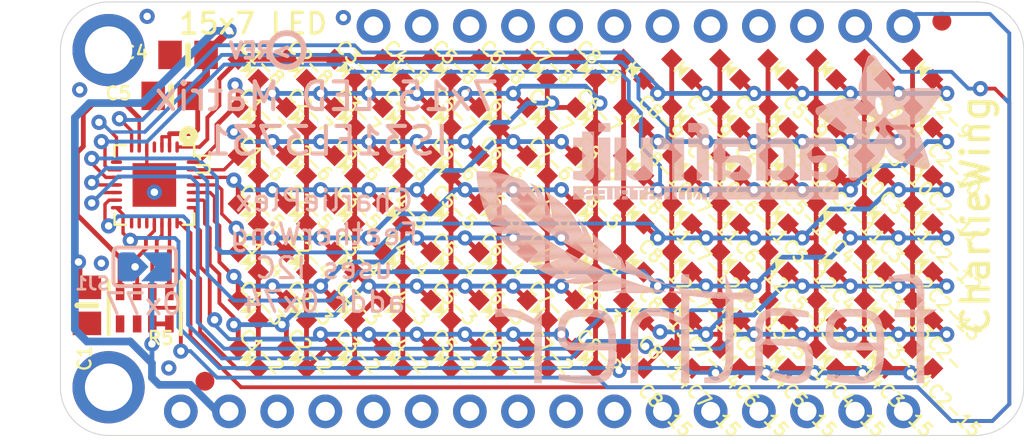
<source format=kicad_pcb>
(kicad_pcb (version 20211014) (generator pcbnew)
  (layers (0 "F.Cu" signal) (31 "B.Cu" signal) (34 "B.Paste" user) (35 "F.Paste" user) (36 "B.SilkS" user "B.Silkscreen") (37 "F.SilkS" user "F.Silkscreen") (38 "B.Mask" user) (39 "F.Mask" user) (44 "Edge.Cuts" user))
  (net 0 "")
  (net 1 "CA1")
  (net 2 "CA2")
  (net 3 "CA3")
  (net 4 "CA4")
  (net 5 "CA5")
  (net 6 "CA6")
  (net 7 "CA7")
  (net 8 "CA8")
  (net 9 "CA9")
  (net 10 "CB2")
  (net 11 "CB3")
  (net 12 "CB4")
  (net 13 "CB5")
  (net 14 "CB6")
  (net 15 "CB7")
  (net 16 "CB8")
  (net 17 "CB1")
  (net 18 "VCC")
  (net 19 "GND")
  (net 20 "R_EXT")
  (net 21 "SDA")
  (net 22 "SCL")
  (net 23 "INTB")
  (net 24 "ADDR")
  (footprint "boardEagle:CHIPLED_0603_NOOUTLINE" (layer "F.Cu") (at 140.6271 107.2896 -135)
    (fp_text reference "C4-4")
    (fp_text value "")
  )
  (footprint "boardEagle:CHIPLED_0603_NOOUTLINE" (layer "F.Cu") (at 138.0871 109.8296 -135)
    (fp_text reference "C3-3")
    (fp_text value "")
  )
  (footprint "boardEagle:CHIPLED_0603_NOOUTLINE" (layer "F.Cu") (at 160.9471 107.2896 45)
    (fp_text reference "C5-13")
    (fp_text value "")
  )
  (footprint "boardEagle:CHIPLED_0603_NOOUTLINE" (layer "F.Cu") (at 150.7871 109.8296 -135)
    (fp_text reference "C8-3")
    (fp_text value "")
  )
  (footprint "boardEagle:CHIPLED_0603_NOOUTLINE" (layer "F.Cu") (at 135.5471 104.7496 -135)
    (fp_text reference "C2-5")
    (fp_text value "")
  )
  (footprint "boardEagle:CHIPLED_0603_NOOUTLINE" (layer "F.Cu") (at 138.0871 99.6696 -135)
    (fp_text reference "C3-7")
    (fp_text value "")
  )
  (footprint "boardEagle:CHIPLED_0603_NOOUTLINE" (layer "F.Cu") (at 150.7871 107.2896 -135)
    (fp_text reference "C8-4")
    (fp_text value "")
  )
  (footprint "boardEagle:CHIPLED_0603_NOOUTLINE" (layer "F.Cu") (at 166.0271 102.2096 45)
    (fp_text reference "C3-11")
    (fp_text value "")
  )
  (footprint "boardEagle:CHIPLED_0603_NOOUTLINE" (layer "F.Cu") (at 148.2471 104.7496 -135)
    (fp_text reference "C7-5")
    (fp_text value "")
  )
  (footprint "boardEagle:CHIPLED_0603_NOOUTLINE" (layer "F.Cu") (at 153.3271 107.2896 45)
    (fp_text reference "C8-13")
    (fp_text value "")
  )
  (footprint "boardEagle:CHIPLED_0603_NOOUTLINE" (layer "F.Cu") (at 166.0271 104.7496 45)
    (fp_text reference "C3-12")
    (fp_text value "")
  )
  (footprint "boardEagle:0805-NO" (layer "F.Cu") (at 124.4981 109.5756 -90)
    (fp_text reference "C1")
    (fp_text value "10uF")
  )
  (footprint "boardEagle:CHIPLED_0603_NOOUTLINE" (layer "F.Cu") (at 163.4871 99.6696 45)
    (fp_text reference "C4-10")
    (fp_text value "")
  )
  (footprint "boardEagle:CHIPLED_0603_NOOUTLINE" (layer "F.Cu") (at 148.2471 107.2896 -135)
    (fp_text reference "C7-4")
    (fp_text value "")
  )
  (footprint "boardEagle:CHIPLED_0603_NOOUTLINE" (layer "F.Cu") (at 155.8671 112.3696 45)
    (fp_text reference "C7-15")
    (fp_text value "")
  )
  (footprint "boardEagle:CHIPLED_0603_NOOUTLINE" (layer "F.Cu") (at 168.5671 112.3696 45)
    (fp_text reference "C2-15")
    (fp_text value "")
  )
  (footprint "boardEagle:CHIPLED_0603_NOOUTLINE" (layer "F.Cu") (at 133.0071 104.7496 -135)
    (fp_text reference "C1-5")
    (fp_text value "")
  )
  (footprint "boardEagle:CHIPLED_0603_NOOUTLINE" (layer "F.Cu") (at 138.0871 97.1296 -135)
    (fp_text reference "C3-8")
    (fp_text value "")
  )
  (footprint "boardEagle:CHIPLED_0603_NOOUTLINE" (layer "F.Cu") (at 155.8671 102.2096 45)
    (fp_text reference "C7-11")
    (fp_text value "")
  )
  (footprint "boardEagle:CHIPLED_0603_NOOUTLINE" (layer "F.Cu") (at 158.4071 104.7496 45)
    (fp_text reference "C6-12")
    (fp_text value "")
  )
  (footprint "boardEagle:CHIPLED_0603_NOOUTLINE" (layer "F.Cu") (at 158.4071 97.1296 45)
    (fp_text reference "C6-9")
    (fp_text value "")
  )
  (footprint "boardEagle:CHIPLED_0603_NOOUTLINE" (layer "F.Cu") (at 168.5671 109.8296 45)
    (fp_text reference "C2-14")
    (fp_text value "")
  )
  (footprint "boardEagle:CHIPLED_0603_NOOUTLINE" (layer "F.Cu") (at 133.0071 97.1296 -135)
    (fp_text reference "C1-8")
    (fp_text value "")
  )
  (footprint "boardEagle:CHIPLED_0603_NOOUTLINE" (layer "F.Cu") (at 140.6271 109.8296 -135)
    (fp_text reference "C4-3")
    (fp_text value "")
  )
  (footprint "boardEagle:CHIPLED_0603_NOOUTLINE" (layer "F.Cu") (at 153.3271 109.8296 45)
    (fp_text reference "C8-14")
    (fp_text value "")
  )
  (footprint "boardEagle:CHIPLED_0603_NOOUTLINE" (layer "F.Cu") (at 160.9471 99.6696 45)
    (fp_text reference "C5-10")
    (fp_text value "")
  )
  (footprint "boardEagle:CHIPLED_0603_NOOUTLINE" (layer "F.Cu") (at 168.5671 97.1296 45)
    (fp_text reference "C2-9")
    (fp_text value "")
  )
  (footprint "boardEagle:CHIPLED_0603_NOOUTLINE" (layer "F.Cu") (at 160.9471 112.3696 45)
    (fp_text reference "C5-15")
    (fp_text value "")
  )
  (footprint "boardEagle:CHIPLED_0603_NOOUTLINE" (layer "F.Cu") (at 168.5671 104.7496 45)
    (fp_text reference "C2-12")
    (fp_text value "")
  )
  (footprint "boardEagle:CHIPLED_0603_NOOUTLINE" (layer "F.Cu") (at 153.3271 104.7496 45)
    (fp_text reference "C8-12")
    (fp_text value "")
  )
  (footprint "boardEagle:CHIPLED_0603_NOOUTLINE" (layer "F.Cu") (at 163.4871 112.3696 45)
    (fp_text reference "C4-15")
    (fp_text value "")
  )
  (footprint "boardEagle:CHIPLED_0603_NOOUTLINE" (layer "F.Cu") (at 145.7071 97.1296 -135)
    (fp_text reference "C6-8")
    (fp_text value "")
  )
  (footprint "boardEagle:CHIPLED_0603_NOOUTLINE" (layer "F.Cu") (at 160.9471 102.2096 45)
    (fp_text reference "C5-11")
    (fp_text value "")
  )
  (footprint "boardEagle:CHIPLED_0603_NOOUTLINE" (layer "F.Cu") (at 158.4071 107.2896 45)
    (fp_text reference "C6-13")
    (fp_text value "")
  )
  (footprint "boardEagle:CHIPLED_0603_NOOUTLINE" (layer "F.Cu") (at 140.6271 102.2096 -135)
    (fp_text reference "C4-6")
    (fp_text value "")
  )
  (footprint "boardEagle:CHIPLED_0603_NOOUTLINE" (layer "F.Cu") (at 158.4071 99.6696 45)
    (fp_text reference "C6-10")
    (fp_text value "")
  )
  (footprint "boardEagle:CHIPLED_0603_NOOUTLINE" (layer "F.Cu") (at 158.4071 112.3696 45)
    (fp_text reference "C6-15")
    (fp_text value "")
  )
  (footprint "boardEagle:CHIPLED_0603_NOOUTLINE" (layer "F.Cu") (at 155.8671 107.2896 45)
    (fp_text reference "C7-13")
    (fp_text value "")
  )
  (footprint "boardEagle:CHIPLED_0603_NOOUTLINE" (layer "F.Cu") (at 138.0871 112.3696 -135)
    (fp_text reference "C3-2")
    (fp_text value "")
  )
  (footprint "boardEagle:CHIPLED_0603_NOOUTLINE" (layer "F.Cu") (at 155.8671 97.1296 45)
    (fp_text reference "C7-9")
    (fp_text value "")
  )
  (footprint "boardEagle:CHIPLED_0603_NOOUTLINE" (layer "F.Cu") (at 138.0871 102.2096 -135)
    (fp_text reference "C3-6")
    (fp_text value "")
  )
  (footprint "boardEagle:CHIPLED_0603_NOOUTLINE" (layer "F.Cu") (at 133.0071 99.6696 -135)
    (fp_text reference "C1-7")
    (fp_text value "")
  )
  (footprint "boardEagle:CHIPLED_0603_NOOUTLINE" (layer "F.Cu") (at 155.8671 99.6696 45)
    (fp_text reference "C7-10")
    (fp_text value "")
  )
  (footprint "boardEagle:CHIPLED_0603_NOOUTLINE" (layer "F.Cu") (at 140.6271 99.6696 -135)
    (fp_text reference "C4-7")
    (fp_text value "")
  )
  (footprint "boardEagle:CHIPLED_0603_NOOUTLINE" (layer "F.Cu") (at 160.9471 97.1296 45)
    (fp_text reference "C5-9")
    (fp_text value "")
  )
  (footprint "boardEagle:CHIPLED_0603_NOOUTLINE" (layer "F.Cu") (at 148.2471 99.6696 -135)
    (fp_text reference "C7-7")
    (fp_text value "")
  )
  (footprint "boardEagle:CHIPLED_0603_NOOUTLINE" (layer "F.Cu") (at 143.1671 102.2096 -135)
    (fp_text reference "C5-6")
    (fp_text value "")
  )
  (footprint "boardEagle:CHIPLED_0603_NOOUTLINE" (layer "F.Cu") (at 150.7871 97.1296 -135)
    (fp_text reference "C8-8")
    (fp_text value "")
  )
  (footprint "boardEagle:QFN28_4MM_0.4MM" (layer "F.Cu") (at 128.0541 103.2256 -90)
    (fp_text reference "U1")
    (fp_text value "IS31FL3731-SALS2")
  )
  (footprint "boardEagle:CHIPLED_0603_NOOUTLINE" (layer "F.Cu") (at 155.8671 109.8296 45)
    (fp_text reference "C7-14")
    (fp_text value "")
  )
  (footprint "boardEagle:RESPACK_4X0603" (layer "F.Cu") (at 127.5461 109.7026 180)
    (fp_text reference "R5")
    (fp_text value "10K")
  )
  (footprint "boardEagle:CHIPLED_0603_NOOUTLINE" (layer "F.Cu") (at 168.5671 107.2896 45)
    (fp_text reference "C2-13")
    (fp_text value "")
  )
  (footprint "boardEagle:CHIPLED_0603_NOOUTLINE" (layer "F.Cu") (at 166.0271 97.1296 45)
    (fp_text reference "C3-9")
    (fp_text value "")
  )
  (footprint "boardEagle:0805-NO" (layer "F.Cu") (at 129.8321 96.3676 180)
    (fp_text reference "C4")
    (fp_text value "10uF")
  )
  (footprint "boardEagle:CHIPLED_0603_NOOUTLINE" (layer "F.Cu") (at 140.6271 112.3696 -135)
    (fp_text reference "C4-2")
    (fp_text value "")
  )
  (footprint "boardEagle:CHIPLED_0603_NOOUTLINE" (layer "F.Cu") (at 153.3271 97.1296 45)
    (fp_text reference "C8-9")
    (fp_text value "")
  )
  (footprint "boardEagle:CHIPLED_0603_NOOUTLINE" (layer "F.Cu") (at 163.4871 102.2096 45)
    (fp_text reference "C4-11")
    (fp_text value "")
  )
  (footprint "boardEagle:CHIPLED_0603_NOOUTLINE" (layer "F.Cu") (at 143.1671 97.1296 -135)
    (fp_text reference "C5-8")
    (fp_text value "")
  )
  (footprint "boardEagle:CHIPLED_0603_NOOUTLINE" (layer "F.Cu") (at 148.2471 97.1296 -135)
    (fp_text reference "C7-8")
    (fp_text value "")
  )
  (footprint "boardEagle:CHIPLED_0603_NOOUTLINE" (layer "F.Cu") (at 145.7071 104.7496 -135)
    (fp_text reference "C6-5")
    (fp_text value "")
  )
  (footprint "boardEagle:CHIPLED_0603_NOOUTLINE" (layer "F.Cu") (at 163.4871 104.7496 45)
    (fp_text reference "C4-12")
    (fp_text value "")
  )
  (footprint "boardEagle:CHIPLED_0603_NOOUTLINE" (layer "F.Cu") (at 133.0071 112.3696 -135)
    (fp_text reference "C1-2")
    (fp_text value "")
  )
  (footprint "boardEagle:CHIPLED_0603_NOOUTLINE" (layer "F.Cu") (at 135.5471 109.8296 -135)
    (fp_text reference "C2-3")
    (fp_text value "")
  )
  (footprint "boardEagle:CHIPLED_0603_NOOUTLINE" (layer "F.Cu") (at 153.3271 112.3696 45)
    (fp_text reference "C8-15")
    (fp_text value "")
  )
  (footprint "boardEagle:CHIPLED_0603_NOOUTLINE" (layer "F.Cu") (at 145.7071 112.3696 -135)
    (fp_text reference "C6-2")
    (fp_text value "")
  )
  (footprint "boardEagle:CHIPLED_0603_NOOUTLINE" (layer "F.Cu") (at 135.5471 97.1296 -135)
    (fp_text reference "C2-8")
    (fp_text value "")
  )
  (footprint "boardEagle:FIDUCIAL_1MM" (layer "F.Cu") (at 130.7211 113.5761)
    (fp_text reference "FID1" hide)
    (fp_text value "FIDUCIAL\"\"" hide)
  )
  (footprint "boardEagle:CHIPLED_0603_NOOUTLINE" (layer "F.Cu") (at 143.1671 104.7496 -135)
    (fp_text reference "C5-5")
    (fp_text value "")
  )
  (footprint "boardEagle:CHIPLED_0603_NOOUTLINE" (layer "F.Cu") (at 163.4871 97.1296 45)
    (fp_text reference "C4-9")
    (fp_text value "")
  )
  (footprint "boardEagle:CHIPLED_0603_NOOUTLINE" (layer "F.Cu") (at 160.9471 104.7496 45)
    (fp_text reference "C5-12")
    (fp_text value "")
  )
  (footprint "boardEagle:CHIPLED_0603_NOOUTLINE" (layer "F.Cu") (at 160.9471 109.8296 45)
    (fp_text reference "C5-14")
    (fp_text value "")
  )
  (footprint "boardEagle:CHIPLED_0603_NOOUTLINE" (layer "F.Cu") (at 140.6271 104.7496 -135)
    (fp_text reference "C4-5")
    (fp_text value "")
  )
  (footprint "boardEagle:CHIPLED_0603_NOOUTLINE" (layer "F.Cu") (at 168.5671 102.2096 45)
    (fp_text reference "C2-11")
    (fp_text value "")
  )
  (footprint "boardEagle:CHIPLED_0603_NOOUTLINE" (layer "F.Cu") (at 143.1671 107.2896 -135)
    (fp_text reference "C5-4")
    (fp_text value "")
  )
  (footprint "boardEagle:CHIPLED_0603_NOOUTLINE" (layer "F.Cu") (at 148.2471 109.8296 -135)
    (fp_text reference "C7-3")
    (fp_text value "")
  )
  (footprint "boardEagle:CHIPLED_0603_NOOUTLINE" (layer "F.Cu") (at 143.1671 109.8296 -135)
    (fp_text reference "C5-3")
    (fp_text value "")
  )
  (footprint "boardEagle:0805-NO" (layer "F.Cu") (at 128.9431 98.5266 180)
    (fp_text reference "C5")
    (fp_text value "0.1uF")
  )
  (footprint "boardEagle:CHIPLED_0603_NOOUTLINE" (layer "F.Cu") (at 145.7071 107.2896 -135)
    (fp_text reference "C6-4")
    (fp_text value "")
  )
  (footprint "boardEagle:CHIPLED_0603_NOOUTLINE" (layer "F.Cu") (at 150.7871 104.7496 -135)
    (fp_text reference "C8-5")
    (fp_text value "")
  )
  (footprint "boardEagle:CHIPLED_0603_NOOUTLINE" (layer "F.Cu") (at 145.7071 102.2096 -135)
    (fp_text reference "C6-6")
    (fp_text value "")
  )
  (footprint "boardEagle:CHIPLED_0603_NOOUTLINE" (layer "F.Cu") (at 155.8671 104.7496 45)
    (fp_text reference "C7-12")
    (fp_text value "")
  )
  (footprint "boardEagle:CHIPLED_0603_NOOUTLINE" (layer "F.Cu") (at 166.0271 112.3696 45)
    (fp_text reference "C3-15")
    (fp_text value "")
  )
  (footprint "boardEagle:CHIPLED_0603_NOOUTLINE" (layer "F.Cu") (at 143.1671 112.3696 -135)
    (fp_text reference "C5-2")
    (fp_text value "")
  )
  (footprint "boardEagle:CHIPLED_0603_NOOUTLINE" (layer "F.Cu") (at 158.4071 102.2096 45)
    (fp_text reference "C6-11")
    (fp_text value "")
  )
  (footprint "boardEagle:CHIPLED_0603_NOOUTLINE" (layer "F.Cu") (at 148.2471 102.2096 -135)
    (fp_text reference "C7-6")
    (fp_text value "")
  )
  (footprint "boardEagle:CHIPLED_0603_NOOUTLINE" (layer "F.Cu") (at 135.5471 102.2096 -135)
    (fp_text reference "C2-6")
    (fp_text value "")
  )
  (footprint "boardEagle:CHIPLED_0603_NOOUTLINE" (layer "F.Cu") (at 153.3271 99.6696 45)
    (fp_text reference "C8-10")
    (fp_text value "")
  )
  (footprint "boardEagle:CHIPLED_0603_NOOUTLINE" (layer "F.Cu") (at 150.7871 112.3696 -135)
    (fp_text reference "C8-2")
    (fp_text value "")
  )
  (footprint "boardEagle:CHIPLED_0603_NOOUTLINE" (layer "F.Cu") (at 166.0271 109.8296 45)
    (fp_text reference "C3-14")
    (fp_text value "")
  )
  (footprint "boardEagle:CHIPLED_0603_NOOUTLINE" (layer "F.Cu") (at 140.6271 97.1296 -135)
    (fp_text reference "C4-8")
    (fp_text value "")
  )
  (footprint "boardEagle:CHIPLED_0603_NOOUTLINE" (layer "F.Cu") (at 133.0071 102.2096 -135)
    (fp_text reference "C1-6")
    (fp_text value "")
  )
  (footprint "boardEagle:CHIPLED_0603_NOOUTLINE" (layer "F.Cu") (at 150.7871 102.2096 -135)
    (fp_text reference "C8-6")
    (fp_text value "")
  )
  (footprint "boardEagle:CHIPLED_0603_NOOUTLINE" (layer "F.Cu") (at 163.4871 107.2896 45)
    (fp_text reference "C4-13")
    (fp_text value "")
  )
  (footprint "boardEagle:CHIPLED_0603_NOOUTLINE" (layer "F.Cu") (at 145.7071 99.6696 -135)
    (fp_text reference "C6-7")
    (fp_text value "")
  )
  (footprint "boardEagle:CHIPLED_0603_NOOUTLINE" (layer "F.Cu") (at 153.3271 102.2096 45)
    (fp_text reference "C8-11")
    (fp_text value "")
  )
  (footprint "boardEagle:CHIPLED_0603_NOOUTLINE" (layer "F.Cu") (at 150.7871 99.6696 -135)
    (fp_text reference "C8-7")
    (fp_text value "")
  )
  (footprint "boardEagle:CHIPLED_0603_NOOUTLINE" (layer "F.Cu") (at 163.4871 109.8296 45)
    (fp_text reference "C4-14")
    (fp_text value "")
  )
  (footprint "boardEagle:CHIPLED_0603_NOOUTLINE" (layer "F.Cu") (at 135.5471 107.2896 -135)
    (fp_text reference "C2-4")
    (fp_text value "")
  )
  (footprint "boardEagle:CHIPLED_0603_NOOUTLINE" (layer "F.Cu") (at 148.2471 112.3696 -135)
    (fp_text reference "C7-2")
    (fp_text value "")
  )
  (footprint "boardEagle:CHIPLED_0603_NOOUTLINE" (layer "F.Cu") (at 145.7071 109.8296 -135)
    (fp_text reference "C6-3")
    (fp_text value "")
  )
  (footprint "boardEagle:FEATHERWING" (layer "F.Cu") (at 123.1011 116.4336)
    (fp_text reference "MS1" hide)
    (fp_text value "FEATHERWING" hide)
    (fp_line (start 2.54 0) (end 48.26 0) (layer "Edge.Cuts") (width 0.05))
    (fp_line (start 50.8 -2.54) (end 50.8 -20.32) (layer "Edge.Cuts") (width 0.05))
    (fp_line (start 0 -20.32) (end 0 -2.54) (layer "Edge.Cuts") (width 0.05))
    (fp_line (start 48.26 -22.86) (end 2.54 -22.86) (layer "Edge.Cuts") (width 0.05))
    (fp_arc (start 50.8 -2.54) (mid 50.056051 -0.743949) (end 48.26 0) (layer "Edge.Cuts") (width 0.05))
    (fp_arc (start 2.54 0) (mid 0.743949 -0.743949) (end 0 -2.54) (layer "Edge.Cuts") (width 0.05))
    (fp_arc (start 0 -20.32) (mid 0.743949 -22.116051) (end 2.54 -22.86) (layer "Edge.Cuts") (width 0.05))
    (fp_arc (start 48.26 -22.86) (mid 50.056051 -22.116051) (end 50.8 -20.32) (layer "Edge.Cuts") (width 0.05))
  )
  (footprint "boardEagle:CHIPLED_0603_NOOUTLINE" (layer "F.Cu") (at 138.0871 107.2896 -135)
    (fp_text reference "C3-4")
    (fp_text value "")
  )
  (footprint "boardEagle:CHIPLED_0603_NOOUTLINE" (layer "F.Cu") (at 138.0871 104.7496 -135)
    (fp_text reference "C3-5")
    (fp_text value "")
  )
  (footprint "boardEagle:CHIPLED_0603_NOOUTLINE" (layer "F.Cu") (at 135.5471 112.3696 -135)
    (fp_text reference "C2-2")
    (fp_text value "")
  )
  (footprint "boardEagle:FIDUCIAL_1MM" (layer "F.Cu") (at 169.5831 94.5896)
    (fp_text reference "FID2" hide)
    (fp_text value "FIDUCIAL\"\"" hide)
  )
  (footprint "boardEagle:CHIPLED_0603_NOOUTLINE" (layer "F.Cu") (at 166.0271 99.6696 45)
    (fp_text reference "C3-10")
    (fp_text value "")
  )
  (footprint "boardEagle:CHIPLED_0603_NOOUTLINE" (layer "F.Cu") (at 135.5471 99.6696 -135)
    (fp_text reference "C2-7")
    (fp_text value "")
  )
  (footprint "boardEagle:CHIPLED_0603_NOOUTLINE" (layer "F.Cu") (at 133.0071 109.8296 -135)
    (fp_text reference "C1-3")
    (fp_text value "")
  )
  (footprint "boardEagle:CHIPLED_0603_NOOUTLINE" (layer "F.Cu") (at 158.4071 109.8296 45)
    (fp_text reference "C6-14")
    (fp_text value "")
  )
  (footprint "boardEagle:CHIPLED_0603_NOOUTLINE" (layer "F.Cu") (at 168.5671 99.6696 45)
    (fp_text reference "C2-10")
    (fp_text value "")
  )
  (footprint "boardEagle:CHIPLED_0603_NOOUTLINE" (layer "F.Cu") (at 166.0271 107.2896 45)
    (fp_text reference "C3-13")
    (fp_text value "")
  )
  (footprint "boardEagle:CHIPLED_0603_NOOUTLINE" (layer "F.Cu") (at 133.0071 107.2896 -135)
    (fp_text reference "C1-4")
    (fp_text value "")
  )
  (footprint "boardEagle:CHIPLED_0603_NOOUTLINE" (layer "F.Cu") (at 143.1671 99.6696 -135)
    (fp_text reference "C5-7")
    (fp_text value "")
  )
  (footprint "boardEagle:SOLDERJUMPER_ARROW_NOPASTE" (layer "B.Cu") (at 127.5461 107.5436)
    (fp_text reference "SJ1")
    (fp_text value "")
  )
  (footprint "boardEagle:FEATHERLOGO" (layer "B.Cu") (at 169.3291 113.7666 180)
    (fp_text reference "U$6" hide)
    (fp_text value "" hide)
  )
  (footprint "boardEagle:ADAFRUIT_TEXT_20MM" (layer "B.Cu") (at 169.7101 103.9876 180)
    (fp_text reference "U$2" hide)
    (fp_text value "" hide)
  )
  (footprint "boardEagle:PCBFEAT-REV-040" (layer "B.Cu") (at 135.0391 96.1136 180)
    (fp_text reference "U$1" hide)
    (fp_text value "" hide)
  )
  (gr_text "0x77" (at 127.4826 109.5121) (layer "B.SilkS") (effects (font (size 1.1049 1.1049) (thickness 0.1651)) (justify mirror)))
  (gr_text "CharliePlex\nFeatherWing\nuses I2C\naddr 0x74" (at 137.0076 106.7181) (layer "B.SilkS") (effects (font (size 1.1049 1.1049) (thickness 0.1651)) (justify mirror)))
  (gr_text "7x15 LED Matrix\nIS31FL3731" (at 137.1346 99.7331) (layer "B.SilkS") (effects (font (size 1.458468 1.458468) (thickness 0.217932)) (justify mirror)))
  (gr_text "CharlieWing" (at 171.3611 104.8131 90) (layer "F.SilkS") (effects (font (size 1.441704 1.441704) (thickness 0.234696))))
  (gr_text "15x7 LED" (at 133.2611 94.7166) (layer "F.SilkS") (effects (font (size 1.0922 1.0922) (thickness 0.1778))))
  (segment (start 133.537428 112.899932) (end 133.537428 110.359932) (width 0.254) (layer "F.Cu") (net 1))
  (segment (start 129.9591 105.7656) (end 129.9591 107.6706) (width 0.2032) (layer "F.Cu") (net 1))
  (segment (start 129.9591 107.6706) (end 130.4671 108.1786) (width 0.2032) (layer "F.Cu") (net 1))
  (segment (start 133.537428 97.659932) (end 133.5151 97.6376) (width 0.254) (layer "F.Cu") (net 1))
  (segment (start 133.537428 105.279932) (end 133.537428 102.739932) (width 0.254) (layer "F.Cu") (net 1))
  (segment (start 129.4191 105.2256) (end 129.9591 105.7656) (width 0.2032) (layer "F.Cu") (net 1))
  (segment (start 130.4671 108.1786) (end 130.4671 110.9726) (width 0.2032) (layer "F.Cu") (net 1))
  (segment (start 133.5151 97.6376) (end 133.5151 100.1776) (width 0.254) (layer "F.Cu") (net 1))
  (segment (start 130.4671 110.9726) (end 132.394431 112.899932) (width 0.2032) (layer "F.Cu") (net 1))
  (segment (start 133.537428 102.739932) (end 133.537428 100.199932) (width 0.254) (layer "F.Cu") (net 1))
  (segment (start 133.5151 100.1776) (end 133.537428 100.199932) (width 0.254) (layer "F.Cu") (net 1))
  (segment (start 132.394431 112.899932) (end 133.537428 112.899932) (width 0.2032) (layer "F.Cu") (net 1))
  (segment (start 133.537428 100.199932) (end 133.537428 97.659932) (width 0.254) (layer "F.Cu") (net 1))
  (segment (start 133.537428 107.819932) (end 133.537428 105.279932) (width 0.254) (layer "F.Cu") (net 1))
  (segment (start 129.4191 105.2256) (end 129.2541 105.2256) (width 0.1778) (layer "F.Cu") (net 1))
  (segment (start 133.537428 110.359932) (end 133.537428 107.819932) (width 0.254) (layer "F.Cu") (net 1))
  (segment (start 137.556768 111.839272) (end 137.534443 111.8616) (width 0.254) (layer "F.Cu") (net 2))
  (segment (start 130.4671 107.5436) (end 130.9751 108.0516) (width 0.2032) (layer "F.Cu") (net 2))
  (segment (start 130.0541 104.4256) (end 130.1431 104.4256) (width 0.1778) (layer "F.Cu") (net 2))
  (segment (start 130.9751 110.0836) (end 131.2291 110.3376) (width 0.2032) (layer "F.Cu") (net 2))
  (segment (start 136.8171 111.0996) (end 137.556768 111.839272) (width 0.254) (layer "F.Cu") (net 2))
  (segment (start 130.4671 105.6386) (end 130.4671 107.5436) (width 0.2032) (layer "F.Cu") (net 2))
  (segment (start 130.1431 104.4256) (end 130.2131 104.4956) (width 0.1778) (layer "F.Cu") (net 2))
  (segment (start 147.716768 111.839272) (end 146.9771 111.0996) (width 0.254) (layer "F.Cu") (net 2))
  (segment (start 136.077428 102.739932) (end 136.077428 100.199932) (width 0.254) (layer "F.Cu") (net 2))
  (segment (start 140.096768 111.839272) (end 139.3571 111.0996) (width 0.254) (layer "F.Cu") (net 2))
  (segment (start 130.2131 105.3846) (end 130.4671 105.6386) (width 0.2032) (layer "F.Cu") (net 2))
  (segment (start 137.534443 111.8616) (end 137.115759 111.8616) (width 0.254) (layer "F.Cu") (net 2))
  (segment (start 136.077428 110.359932) (end 136.077428 112.899932) (width 0.254) (layer "F.Cu") (net 2))
  (segment (start 130.9751 108.0516) (end 130.9751 110.0836) (width 0.2032) (layer "F.Cu") (net 2))
  (segment (start 136.077428 105.279932) (end 136.077428 102.739932) (width 0.254) (layer "F.Cu") (net 2))
  (segment (start 142.636768 111.839272) (end 141.8971 111.0996) (width 0.254) (layer "F.Cu") (net 2))
  (segment (start 150.256768 111.839272) (end 149.5171 111.0996) (width 0.254) (layer "F.Cu") (net 2))
  (segment (start 136.077428 110.359932) (end 136.077428 107.819932) (width 0.254) (layer "F.Cu") (net 2))
  (segment (start 130.2131 104.4956) (end 130.2131 105.3846) (width 0.1778) (layer "F.Cu") (net 2))
  (segment (start 136.077428 100.199932) (end 136.077428 97.659932) (width 0.254) (layer "F.Cu") (net 2))
  (segment (start 136.077428 107.819932) (end 136.077428 105.279932) (width 0.254) (layer "F.Cu") (net 2))
  (segment (start 137.115759 111.8616) (end 136.077428 112.899932) (width 0.254) (layer "F.Cu") (net 2))
  (segment (start 145.176768 111.839272) (end 144.4371 111.0996) (width 0.254) (layer "F.Cu") (net 2))
  (via (at 131.2291 110.3376) (size 0.8001) (drill 0.3937) (layers "F.Cu" "B.Cu") (net 2))
  (via (at 146.9771 111.0996) (size 0.8001) (drill 0.3937) (layers "F.Cu" "B.Cu") (net 2))
  (via (at 141.8971 111.0996) (size 0.8001) (drill 0.3937) (layers "F.Cu" "B.Cu") (net 2))
  (via (at 144.4371 111.0996) (size 0.8001) (drill 0.3937) (layers "F.Cu" "B.Cu") (net 2))
  (via (at 139.3571 111.0996) (size 0.8001) (drill 0.3937) (layers "F.Cu" "B.Cu") (net 2))
  (via (at 136.8171 111.0996) (size 0.8001) (drill 0.3937) (layers "F.Cu" "B.Cu") (net 2))
  (via (at 149.5171 111.0996) (size 0.8001) (drill 0.3937) (layers "F.Cu" "B.Cu") (net 2))
  (segment (start 136.5631 111.3536) (end 136.8171 111.0996) (width 0.254) (layer "B.Cu") (net 2))
  (segment (start 149.5171 111.0996) (end 146.9771 111.0996) (width 0.254) (layer "B.Cu") (net 2))
  (segment (start 139.3571 111.0996) (end 136.8171 111.0996) (width 0.254) (layer "B.Cu") (net 2))
  (segment (start 146.9771 111.0996) (end 144.4371 111.0996) (width 0.254) (layer "B.Cu") (net 2))
  (segment (start 144.4371 111.0996) (end 141.8971 111.0996) (width 0.254) (layer "B.Cu") (net 2))
  (segment (start 131.2291 110.5916) (end 131.9911 111.3536) (width 0.2032) (layer "B.Cu") (net 2))
  (segment (start 131.9911 111.3536) (end 132.7531 111.3536) (width 0.2032) (layer "B.Cu") (net 2))
  (segment (start 132.7531 111.3536) (end 136.5631 111.3536) (width 0.254) (layer "B.Cu") (net 2))
  (segment (start 131.2291 110.3376) (end 131.2291 110.5916) (width 0.2032) (layer "B.Cu") (net 2))
  (segment (start 141.8971 111.0996) (end 139.3571 111.0996) (width 0.254) (layer "B.Cu") (net 2))
  (segment (start 147.716768 109.299272) (end 146.9771 108.5596) (width 0.254) (layer "F.Cu") (net 3))
  (segment (start 149.5171 108.5596) (end 150.256768 109.299272) (width 0.254) (layer "F.Cu") (net 3))
  (segment (start 132.2451 110.2106) (end 132.2451 110.5916) (width 0.2032) (layer "F.Cu") (net 3))
  (segment (start 138.617428 100.199932) (end 138.617428 97.659932) (width 0.254) (layer "F.Cu") (net 3))
  (segment (start 139.655759 109.3216) (end 138.617428 110.359932) (width 0.254) (layer "F.Cu") (net 3))
  (segment (start 138.617428 107.819932) (end 138.617428 105.279932) (width 0.254) (layer "F.Cu") (net 3))
  (segment (start 130.6321 104.0256) (end 130.7211 104.1146) (width 0.1778) (layer "F.Cu") (net 3))
  (segment (start 145.176768 109.299272) (end 144.4371 108.5596) (width 0.254) (layer "F.Cu") (net 3))
  (segment (start 138.617428 102.739932) (end 138.617428 100.199932) (width 0.254) (layer "F.Cu") (net 3))
  (segment (start 130.9751 107.4166) (end 131.4831 107.9246) (width 0.2032) (layer "F.Cu") (net 3))
  (segment (start 132.476768 111.839272) (end 132.476768 110.823269) (width 0.254) (layer "F.Cu") (net 3))
  (segment (start 135.016768 110.823269) (end 134.7851 110.5916) (width 0.254) (layer "F.Cu") (net 3))
  (segment (start 130.0541 104.0256) (end 130.6321 104.0256) (width 0.1778) (layer "F.Cu") (net 3))
  (segment (start 130.7211 105.2576) (end 130.9751 105.5116) (width 0.2032) (layer "F.Cu") (net 3))
  (segment (start 140.096768 109.299272) (end 140.074443 109.3216) (width 0.254) (layer "F.Cu") (net 3))
  (segment (start 142.636768 109.299272) (end 141.8971 108.5596) (width 0.254) (layer "F.Cu") (net 3))
  (segment (start 140.096768 109.299272) (end 139.3571 108.5596) (width 0.254) (layer "F.Cu") (net 3))
  (segment (start 138.617428 107.819932) (end 139.3571 108.5596) (width 0.254) (layer "F.Cu") (net 3))
  (segment (start 140.074443 109.3216) (end 139.655759 109.3216) (width 0.254) (layer "F.Cu") (net 3))
  (segment (start 132.476768 110.823269) (end 132.2451 110.5916) (width 0.254) (layer "F.Cu") (net 3))
  (segment (start 138.617428 105.279932) (end 138.617428 102.739932) (width 0.254) (layer "F.Cu") (net 3))
  (segment (start 130.9751 105.5116) (end 130.9751 107.4166) (width 0.2032) (layer "F.Cu") (net 3))
  (segment (start 138.617428 112.899932) (end 138.617428 110.359932) (width 0.254) (layer "F.Cu") (net 3))
  (segment (start 131.4831 109.4486) (end 132.2451 110.2106) (width 0.2032) (layer "F.Cu") (net 3))
  (segment (start 135.016768 111.839272) (end 135.016768 110.823269) (width 0.254) (layer "F.Cu") (net 3))
  (segment (start 130.7211 104.1146) (end 130.7211 105.2576) (width 0.2032) (layer "F.Cu") (net 3))
  (segment (start 131.4831 107.9246) (end 131.4831 109.4486) (width 0.2032) (layer "F.Cu") (net 3))
  (via (at 144.4371 108.5596) (size 0.8001) (drill 0.3937) (layers "F.Cu" "B.Cu") (net 3))
  (via (at 132.2451 110.5916) (size 0.8001) (drill 0.3937) (layers "F.Cu" "B.Cu") (net 3))
  (via (at 134.7851 110.5916) (size 0.8001) (drill 0.3937) (layers "F.Cu" "B.Cu") (net 3))
  (via (at 139.3571 108.5596) (size 0.8001) (drill 0.3937) (layers "F.Cu" "B.Cu") (net 3))
  (via (at 149.5171 108.5596) (size 0.8001) (drill 0.3937) (layers "F.Cu" "B.Cu") (net 3))
  (via (at 146.9771 108.5596) (size 0.8001) (drill 0.3937) (layers "F.Cu" "B.Cu") (net 3))
  (via (at 141.8971 108.5596) (size 0.8001) (drill 0.3937) (layers "F.Cu" "B.Cu") (net 3))
  (segment (start 137.5791 110.0836) (end 139.1031 108.5596) (width 0.254) (layer "B.Cu") (net 3))
  (segment (start 135.2931 110.0836) (end 137.5791 110.0836) (width 0.254) (layer "B.Cu") (net 3))
  (segment (start 144.4371 108.5596) (end 146.9771 108.5596) (width 0.254) (layer "B.Cu") (net 3))
  (segment (start 132.2451 110.5916) (end 134.7851 110.5916) (width 0.254) (layer "B.Cu") (net 3))
  (segment (start 139.1031 108.5596) (end 139.3571 108.5596) (width 0.254) (layer "B.Cu") (net 3))
  (segment (start 139.3571 108.5596) (end 141.8971 108.5596) (width 0.254) (layer "B.Cu") (net 3))
  (segment (start 141.8971 108.5596) (end 144.4371 108.5596) (width 0.254) (layer "B.Cu") (net 3))
  (segment (start 146.9771 108.5596) (end 149.5171 108.5596) (width 0.254) (layer "B.Cu") (net 3))
  (segment (start 134.7851 110.5916) (end 135.2931 110.0836) (width 0.254) (layer "B.Cu") (net 3))
  (segment (start 147.716768 106.759272) (end 146.9771 106.0196) (width 0.254) (layer "F.Cu") (net 4))
  (segment (start 141.157428 105.279932) (end 141.157428 102.739932) (width 0.254) (layer "F.Cu") (net 4))
  (segment (start 145.176768 106.759272) (end 144.4371 106.0196) (width 0.254) (layer "F.Cu") (net 4))
  (segment (start 137.556768 109.299272) (end 136.8171 108.5596) (width 0.254) (layer "F.Cu") (net 4))
  (segment (start 141.157428 100.199932) (end 141.157428 97.659932) (width 0.254) (layer "F.Cu") (net 4))
  (segment (start 130.0541 103.6256) (end 130.9941 103.6256) (width 0.1778) (layer "F.Cu") (net 4))
  (segment (start 149.5171 106.0196) (end 150.256768 106.759272) (width 0.254) (layer "F.Cu") (net 4))
  (segment (start 141.157428 112.899932) (end 141.157428 110.359932) (width 0.254) (layer "F.Cu") (net 4))
  (segment (start 132.476768 109.299272) (end 132.476768 108.283269) (width 0.254) (layer "F.Cu") (net 4))
  (segment (start 141.157428 102.739932) (end 141.157428 100.199932) (width 0.254) (layer "F.Cu") (net 4))
  (segment (start 134.2771 108.5596) (end 135.016768 109.299272) (width 0.254) (layer "F.Cu") (net 4))
  (segment (start 132.476768 108.283269) (end 132.2451 108.0516) (width 0.254) (layer "F.Cu") (net 4))
  (segment (start 131.4831 105.3846) (end 131.4831 107.2896) (width 0.2032) (layer "F.Cu") (net 4))
  (segment (start 142.636768 106.759272) (end 141.8971 106.0196) (width 0.254) (layer "F.Cu") (net 4))
  (segment (start 130.9941 103.6256) (end 131.2291 103.8606) (width 0.1778) (layer "F.Cu") (net 4))
  (segment (start 131.2291 103.8606) (end 131.2291 105.1306) (width 0.1778) (layer "F.Cu") (net 4))
  (segment (start 131.4831 107.2896) (end 132.2451 108.0516) (width 0.2032) (layer "F.Cu") (net 4))
  (segment (start 141.157428 107.819932) (end 141.157428 105.279932) (width 0.254) (layer "F.Cu") (net 4))
  (segment (start 131.2291 105.1306) (end 131.4831 105.3846) (width 0.2032) (layer "F.Cu") (net 4))
  (segment (start 141.157428 110.359932) (end 141.157428 107.819932) (width 0.254) (layer "F.Cu") (net 4))
  (segment (start 141.157428 105.279932) (end 141.8971 106.0196) (width 0.254) (layer "F.Cu") (net 4))
  (via (at 134.2771 108.5596) (size 0.8001) (drill 0.3937) (layers "F.Cu" "B.Cu") (net 4))
  (via (at 136.8171 108.5596) (size 0.8001) (drill 0.3937) (layers "F.Cu" "B.Cu") (net 4))
  (via (at 132.2451 108.0516) (size 0.8001) (drill 0.3937) (layers "F.Cu" "B.Cu") (net 4))
  (via (at 149.5171 106.0196) (size 0.8001) (drill 0.3937) (layers "F.Cu" "B.Cu") (net 4))
  (via (at 144.4371 106.0196) (size 0.8001) (drill 0.3937) (layers "F.Cu" "B.Cu") (net 4))
  (via (at 146.9771 106.0196) (size 0.8001) (drill 0.3937) (layers "F.Cu" "B.Cu") (net 4))
  (via (at 141.8971 106.0196) (size 0.8001) (drill 0.3937) (layers "F.Cu" "B.Cu") (net 4))
  (segment (start 136.8171 108.5596) (end 138.0871 107.2896) (width 0.254) (layer "B.Cu") (net 4))
  (segment (start 141.8971 106.0196) (end 144.4371 106.0196) (width 0.254) (layer "B.Cu") (net 4))
  (segment (start 132.7531 108.5596) (end 132.2451 108.0516) (width 0.254) (layer "B.Cu") (net 4))
  (segment (start 138.0871 107.2896) (end 140.1191 107.2896) (width 0.254) (layer "B.Cu") (net 4))
  (segment (start 134.2771 108.5596) (end 132.7531 108.5596) (width 0.254) (layer "B.Cu") (net 4))
  (segment (start 140.1191 107.2896) (end 141.3891 106.0196) (width 0.254) (layer "B.Cu") (net 4))
  (segment (start 136.8171 108.5596) (end 134.2771 108.5596) (width 0.254) (layer "B.Cu") (net 4))
  (segment (start 144.4371 106.0196) (end 146.9771 106.0196) (width 0.254) (layer "B.Cu") (net 4))
  (segment (start 146.9771 106.0196) (end 149.5171 106.0196) (width 0.254) (layer "B.Cu") (net 4))
  (segment (start 141.3891 106.0196) (end 141.8971 106.0196) (width 0.254) (layer "B.Cu") (net 4))
  (segment (start 143.697428 105.279932) (end 143.697428 107.819932) (width 0.254) (layer "F.Cu") (net 5))
  (segment (start 145.176768 104.219272) (end 144.4371 103.4796) (width 0.254) (layer "F.Cu") (net 5))
  (segment (start 140.096768 106.759272) (end 139.3571 106.0196) (width 0.254) (layer "F.Cu") (net 5))
  (segment (start 135.016768 106.759272) (end 134.2771 106.0196) (width 0.254) (layer "F.Cu") (net 5))
  (segment (start 132.476768 106.759272) (end 132.3721 106.654604) (width 0.254) (layer "F.Cu") (net 5))
  (segment (start 131.3561 103.2256) (end 131.6101 103.4796) (width 0.1778) (layer "F.Cu") (net 5))
  (segment (start 147.716768 104.219272) (end 146.9771 103.4796) (width 0.254) (layer "F.Cu") (net 5))
  (segment (start 131.6101 103.4796) (end 131.6101 104.7496) (width 0.1778) (layer "F.Cu") (net 5))
  (segment (start 143.697428 107.819932) (end 143.697428 110.359932) (width 0.254) (layer "F.Cu") (net 5))
  (segment (start 132.3721 106.654604) (end 132.3721 105.5116) (width 0.254) (layer "F.Cu") (net 5))
  (segment (start 143.697428 102.739932) (end 144.4371 103.4796) (width 0.254) (layer "F.Cu") (net 5))
  (segment (start 130.0541 103.2256) (end 131.3561 103.2256) (width 0.1778) (layer "F.Cu") (net 5))
  (segment (start 149.5171 103.4796) (end 150.256768 104.219272) (width 0.254) (layer "F.Cu") (net 5))
  (segment (start 143.697428 102.739932) (end 143.697428 105.279932) (width 0.254) (layer "F.Cu") (net 5))
  (segment (start 136.8171 106.0196) (end 137.556768 106.759272) (width 0.254) (layer "F.Cu") (net 5))
  (segment (start 143.697428 110.359932) (end 143.697428 112.899932) (width 0.254) (layer "F.Cu") (net 5))
  (segment (start 131.6101 104.7496) (end 132.3721 105.5116) (width 0.1778) (layer "F.Cu") (net 5))
  (segment (start 143.697428 97.659932) (end 143.697428 100.199932) (width 0.254) (layer "F.Cu") (net 5))
  (segment (start 143.697428 100.199932) (end 143.697428 102.739932) (width 0.254) (layer "F.Cu") (net 5))
  (via (at 144.4371 103.4796) (size 0.8001) (drill 0.3937) (layers "F.Cu" "B.Cu") (net 5))
  (via (at 139.3571 106.0196) (size 0.8001) (drill 0.3937) (layers "F.Cu" "B.Cu") (net 5))
  (via (at 134.2771 106.0196) (size 0.8001) (drill 0.3937) (layers "F.Cu" "B.Cu") (net 5))
  (via (at 136.8171 106.0196) (size 0.8001) (drill 0.3937) (layers "F.Cu" "B.Cu") (net 5))
  (via (at 149.5171 103.4796) (size 0.8001) (drill 0.3937) (layers "F.Cu" "B.Cu") (net 5))
  (via (at 132.3721 105.5116) (size 0.8001) (drill 0.3937) (layers "F.Cu" "B.Cu") (net 5))
  (via (at 146.9771 103.4796) (size 0.8001) (drill 0.3937) (layers "F.Cu" "B.Cu") (net 5))
  (segment (start 144.4371 103.4796) (end 146.9771 103.4796) (width 0.254) (layer "B.Cu") (net 5))
  (segment (start 142.6591 104.7496) (end 143.9291 103.4796) (width 0.254) (layer "B.Cu") (net 5))
  (segment (start 146.9771 103.4796) (end 149.5171 103.4796) (width 0.254) (layer "B.Cu") (net 5))
  (segment (start 139.3571 106.0196) (end 140.6271 104.7496) (width 0.254) (layer "B.Cu") (net 5))
  (segment (start 134.2771 106.0196) (end 136.8171 106.0196) (width 0.254) (layer "B.Cu") (net 5))
  (segment (start 132.3721 105.5116) (end 132.8801 106.0196) (width 0.254) (layer "B.Cu") (net 5))
  (segment (start 140.6271 104.7496) (end 142.6591 104.7496) (width 0.254) (layer "B.Cu") (net 5))
  (segment (start 143.9291 103.4796) (end 144.4371 103.4796) (width 0.254) (layer "B.Cu") (net 5))
  (segment (start 132.8801 106.0196) (end 134.2771 106.0196) (width 0.254) (layer "B.Cu") (net 5))
  (segment (start 139.3571 106.0196) (end 136.8171 106.0196) (width 0.254) (layer "B.Cu") (net 5))
  (segment (start 146.237428 97.659932) (end 146.237428 100.199932) (width 0.254) (layer "F.Cu") (net 6))
  (segment (start 146.237428 102.739932) (end 146.237428 100.199932) (width 0.254) (layer "F.Cu") (net 6))
  (segment (start 130.0541 102.8256) (end 132.0991 102.8256) (width 0.1778) (layer "F.Cu") (net 6))
  (segment (start 146.237428 100.199932) (end 146.9771 100.9396) (width 0.254) (layer "F.Cu") (net 6))
  (segment (start 137.556768 104.219272) (end 136.8171 103.4796) (width 0.254) (layer "F.Cu") (net 6))
  (segment (start 146.237428 112.899932) (end 146.237428 110.359932) (width 0.254) (layer "F.Cu") (net 6))
  (segment (start 132.476768 103.203269) (end 132.2451 102.9716) (width 0.254) (layer "F.Cu") (net 6))
  (segment (start 149.5171 100.9396) (end 150.256768 101.679272) (width 0.254) (layer "F.Cu") (net 6))
  (segment (start 147.716768 101.679272) (end 146.9771 100.9396) (width 0.254) (layer "F.Cu") (net 6))
  (segment (start 132.0991 102.8256) (end 132.2451 102.9716) (width 0.254) (layer "F.Cu") (net 6))
  (segment (start 146.237428 107.819932) (end 146.237428 105.279932) (width 0.254) (layer "F.Cu") (net 6))
  (segment (start 146.237428 110.359932) (end 146.237428 107.819932) (width 0.254) (layer "F.Cu") (net 6))
  (segment (start 135.016768 104.219272) (end 134.2771 103.4796) (width 0.254) (layer "F.Cu") (net 6))
  (segment (start 142.636768 104.219272) (end 141.8971 103.4796) (width 0.254) (layer "F.Cu") (net 6))
  (segment (start 146.237428 105.279932) (end 146.237428 102.739932) (width 0.254) (layer "F.Cu") (net 6))
  (segment (start 139.3571 103.4796) (end 140.096768 104.219272) (width 0.254) (layer "F.Cu") (net 6))
  (segment (start 132.476768 104.219272) (end 132.476768 103.203269) (width 0.254) (layer "F.Cu") (net 6))
  (via (at 141.8971 103.4796) (size 0.8001) (drill 0.3937) (layers "F.Cu" "B.Cu") (net 6))
  (via (at 146.9771 100.9396) (size 0.8001) (drill 0.3937) (layers "F.Cu" "B.Cu") (net 6))
  (via (at 136.8171 103.4796) (size 0.8001) (drill 0.3937) (layers "F.Cu" "B.Cu") (net 6))
  (via (at 132.2451 102.9716) (size 0.8001) (drill 0.3937) (layers "F.Cu" "B.Cu") (net 6))
  (via (at 134.2771 103.4796) (size 0.8001) (drill 0.3937) (layers "F.Cu" "B.Cu") (net 6))
  (via (at 149.5171 100.9396) (size 0.8001) (drill 0.3937) (layers "F.Cu" "B.Cu") (net 6))
  (via (at 139.3571 103.4796) (size 0.8001) (drill 0.3937) (layers "F.Cu" "B.Cu") (net 6))
  (segment (start 145.9611 100.9396) (end 146.9771 100.9396) (width 0.254) (layer "B.Cu") (net 6))
  (segment (start 144.4371 102.4636) (end 145.9611 100.9396) (width 0.254) (layer "B.Cu") (net 6))
  (segment (start 134.2771 103.4796) (end 132.7531 103.4796) (width 0.254) (layer "B.Cu") (net 6))
  (segment (start 132.7531 103.4796) (end 132.2451 102.9716) (width 0.254) (layer "B.Cu") (net 6))
  (segment (start 136.8171 103.4796) (end 139.3571 103.4796) (width 0.254) (layer "B.Cu") (net 6))
  (segment (start 134.2771 103.4796) (end 136.8171 103.4796) (width 0.254) (layer "B.Cu") (net 6))
  (segment (start 142.9131 102.4636) (end 144.4371 102.4636) (width 0.254) (layer "B.Cu") (net 6))
  (segment (start 141.8971 103.4796) (end 139.3571 103.4796) (width 0.254) (layer "B.Cu") (net 6))
  (segment (start 146.9771 100.9396) (end 149.5171 100.9396) (width 0.254) (layer "B.Cu") (net 6))
  (segment (start 141.8971 103.4796) (end 142.9131 102.4636) (width 0.254) (layer "B.Cu") (net 6))
  (segment (start 142.636768 101.679272) (end 141.8971 100.9396) (width 0.254) (layer "F.Cu") (net 7))
  (segment (start 148.777428 107.819932) (end 148.777428 105.279932) (width 0.254) (layer "F.Cu") (net 7))
  (segment (start 148.777428 100.199932) (end 148.777428 99.139272) (width 0.254) (layer "F.Cu") (net 7))
  (segment (start 148.777428 102.739932) (end 148.777428 100.199932) (width 0.254) (layer "F.Cu") (net 7))
  (segment (start 132.476768 101.679272) (end 132.476768 100.663269) (width 0.254) (layer "F.Cu") (net 7))
  (segment (start 130.0541 102.4256) (end 131.73044 102.4256) (width 0.1778) (layer "F.Cu") (net 7))
  (segment (start 148.777428 110.359932) (end 148.777428 107.819932) (width 0.254) (layer "F.Cu") (net 7))
  (segment (start 150.256768 99.139272) (end 149.240771 99.139272) (width 0.254) (layer "F.Cu") (net 7))
  (segment (start 137.556768 101.679272) (end 136.8171 100.9396) (width 0.254) (layer "F.Cu") (net 7))
  (segment (start 132.476768 100.663269) (end 132.2451 100.4316) (width 0.254) (layer "F.Cu") (net 7))
  (segment (start 145.176768 101.679272) (end 144.4371 100.9396) (width 0.254) (layer "F.Cu") (net 7))
  (segment (start 148.777428 97.659932) (end 148.777428 98.675929) (width 0.254) (layer "F.Cu") (net 7))
  (segment (start 140.096768 101.679272) (end 139.3571 100.9396) (width 0.254) (layer "F.Cu") (net 7))
  (segment (start 149.240771 99.139272) (end 149.0091 98.9076) (width 0.254) (layer "F.Cu") (net 7))
  (segment (start 148.777428 98.675929) (end 149.0091 98.9076) (width 0.254) (layer "F.Cu") (net 7))
  (segment (start 134.2771 100.9396) (end 135.016768 101.679272) (width 0.254) (layer "F.Cu") (net 7))
  (segment (start 131.73044 102.4256) (end 132.476768 101.679272) (width 0.1778) (layer "F.Cu") (net 7))
  (segment (start 148.777428 105.279932) (end 148.777428 102.739932) (width 0.254) (layer "F.Cu") (net 7))
  (segment (start 148.777428 99.139272) (end 149.0091 98.9076) (width 0.254) (layer "F.Cu") (net 7))
  (segment (start 148.777428 112.899932) (end 148.777428 110.359932) (width 0.254) (layer "F.Cu") (net 7))
  (via (at 149.0091 98.9076) (size 0.8001) (drill 0.3937) (layers "F.Cu" "B.Cu") (net 7))
  (via (at 144.4371 100.9396) (size 0.8001) (drill 0.3937) (layers "F.Cu" "B.Cu") (net 7))
  (via (at 141.8971 100.9396) (size 0.8001) (drill 0.3937) (layers "F.Cu" "B.Cu") (net 7))
  (via (at 136.8171 100.9396) (size 0.8001) (drill 0.3937) (layers "F.Cu" "B.Cu") (net 7))
  (via (at 134.2771 100.9396) (size 0.8001) (drill 0.3937) (layers "F.Cu" "B.Cu") (net 7))
  (via (at 132.2451 100.4316) (size 0.8001) (drill 0.3937) (layers "F.Cu" "B.Cu") (net 7))
  (via (at 139.3571 100.9396) (size 0.8001) (drill 0.3937) (layers "F.Cu" "B.Cu") (net 7))
  (segment (start 141.8971 100.9396) (end 139.3571 100.9396) (width 0.254) (layer "B.Cu") (net 7))
  (segment (start 139.3571 100.9396) (end 136.8171 100.9396) (width 0.254) (layer "B.Cu") (net 7))
  (segment (start 132.7531 100.9396) (end 132.2451 100.4316) (width 0.254) (layer "B.Cu") (net 7))
  (segment (start 147.7391 98.9076) (end 149.0091 98.9076) (width 0.254) (layer "B.Cu") (net 7))
  (segment (start 146.7231 99.9236) (end 147.7391 98.9076) (width 0.254) (layer "B.Cu") (net 7))
  (segment (start 145.4531 99.9236) (end 146.7231 99.9236) (width 0.254) (layer "B.Cu") (net 7))
  (segment (start 144.4371 100.9396) (end 145.4531 99.9236) (width 0.254) (layer "B.Cu") (net 7))
  (segment (start 134.2771 100.9396) (end 132.7531 100.9396) (width 0.254) (layer "B.Cu") (net 7))
  (segment (start 136.8171 100.9396) (end 134.2771 100.9396) (width 0.254) (layer "B.Cu") (net 7))
  (segment (start 144.4371 100.9396) (end 141.8971 100.9396) (width 0.254) (layer "B.Cu") (net 7))
  (segment (start 151.317428 105.279932) (end 151.317428 107.819932) (width 0.254) (layer "F.Cu") (net 8))
  (segment (start 140.096768 99.139272) (end 139.3571 98.3996) (width 0.254) (layer "F.Cu") (net 8))
  (segment (start 144.4371 98.3996) (end 145.176768 99.139272) (width 0.254) (layer "F.Cu") (net 8))
  (segment (start 147.716768 99.139272) (end 146.9771 98.3996) (width 0.254) (layer "F.Cu") (net 8))
  (segment (start 132.476768 98.123269) (end 132.3086 97.9551) (width 0.254) (layer "F.Cu") (net 8))
  (segment (start 132.267428 99.139272) (end 132.476768 99.139272) (width 0.2032) (layer "F.Cu") (net 8))
  (segment (start 151.317428 97.659932) (end 151.317428 100.199932) (width 0.254) (layer "F.Cu") (net 8))
  (segment (start 137.556768 99.139272) (end 136.8171 98.3996) (width 0.254) (layer "F.Cu") (net 8))
  (segment (start 151.317428 100.199932) (end 151.317428 102.739932) (width 0.254) (layer "F.Cu") (net 8))
  (segment (start 151.317428 110.359932) (end 151.317428 112.899932) (width 0.254) (layer "F.Cu") (net 8))
  (segment (start 151.317428 98.675929) (end 151.5491 98.9076) (width 0.254) (layer "F.Cu") (net 8))
  (segment (start 151.317428 97.659932) (end 151.317428 98.675929) (width 0.254) (layer "F.Cu") (net 8))
  (segment (start 142.636768 99.139272) (end 141.8971 98.3996) (width 0.254) (layer "F.Cu") (net 8))
  (segment (start 130.3971 102.0256) (end 130.0541 102.0256) (width 0.1778) (layer "F.Cu") (net 8))
  (segment (start 132.267428 99.139272) (end 131.3561 100.0506) (width 0.254) (layer "F.Cu") (net 8))
  (segment (start 131.3561 101.0666) (end 130.3971 102.0256) (width 0.1778) (layer "F.Cu") (net 8))
  (segment (start 135.016768 99.139272) (end 134.2771 98.3996) (width 0.254) (layer "F.Cu") (net 8))
  (segment (start 151.317428 107.819932) (end 151.317428 110.359932) (width 0.254) (layer "F.Cu") (net 8))
  (segment (start 151.317428 102.739932) (end 151.317428 105.279932) (width 0.254) (layer "F.Cu") (net 8))
  (segment (start 132.476768 99.139272) (end 132.476768 98.123269) (width 0.254) (layer "F.Cu") (net 8))
  (segment (start 131.3561 100.0506) (end 131.3561 101.0666) (width 0.254) (layer "F.Cu") (net 8))
  (via (at 141.8971 98.3996) (size 0.8001) (drill 0.3937) (layers "F.Cu" "B.Cu") (net 8))
  (via (at 146.9771 98.3996) (size 0.8001) (drill 0.3937) (layers "F.Cu" "B.Cu") (net 8))
  (via (at 134.2771 98.3996) (size 0.8001) (drill 0.3937) (layers "F.Cu" "B.Cu") (net 8))
  (via (at 144.4371 98.3996) (size 0.8001) (drill 0.3937) (layers "F.Cu" "B.Cu") (net 8))
  (via (at 151.5491 98.9076) (size 0.8001) (drill 0.3937) (layers "F.Cu" "B.Cu") (net 8))
  (via (at 136.8171 98.3996) (size 0.8001) (drill 0.3937) (layers "F.Cu" "B.Cu") (net 8))
  (via (at 132.3086 97.9551) (size 0.8001) (drill 0.3937) (layers "F.Cu" "B.Cu") (net 8))
  (via (at 139.3571 98.3996) (size 0.8001) (drill 0.3937) (layers "F.Cu" "B.Cu") (net 8))
  (segment (start 147.3581 98.0186) (end 150.7871 98.0186) (width 0.254) (layer "B.Cu") (net 8))
  (segment (start 132.7531 98.3996) (end 132.3086 97.9551) (width 0.254) (layer "B.Cu") (net 8))
  (segment (start 150.7871 98.0186) (end 151.5491 98.7806) (width 0.254) (layer "B.Cu") (net 8))
  (segment (start 146.9771 98.3996) (end 144.4371 98.3996) (width 0.254) (layer "B.Cu") (net 8))
  (segment (start 134.2771 98.3996) (end 136.8171 98.3996) (width 0.254) (layer "B.Cu") (net 8))
  (segment (start 139.3571 98.3996) (end 141.8971 98.3996) (width 0.254) (layer "B.Cu") (net 8))
  (segment (start 146.9771 98.3996) (end 147.3581 98.0186) (width 0.254) (layer "B.Cu") (net 8))
  (segment (start 141.8971 98.3996) (end 144.4371 98.3996) (width 0.254) (layer "B.Cu") (net 8))
  (segment (start 151.5491 98.7806) (end 151.5491 98.9076) (width 0.254) (layer "B.Cu") (net 8))
  (segment (start 134.2771 98.3996) (end 132.7531 98.3996) (width 0.254) (layer "B.Cu") (net 8))
  (segment (start 136.8171 98.3996) (end 139.3571 98.3996) (width 0.254) (layer "B.Cu") (net 8))
  (segment (start 150.256768 96.599272) (end 147.716768 96.599272) (width 0.254) (layer "F.Cu") (net 9))
  (segment (start 147.716768 96.599272) (end 145.176768 96.599272) (width 0.254) (layer "F.Cu") (net 9))
  (segment (start 145.176768 96.599272) (end 142.636768 96.599272) (width 0.254) (layer "F.Cu") (net 9))
  (segment (start 130.8481 100.8126) (end 130.8481 99.6696) (width 0.2032) (layer "F.Cu") (net 9))
  (segment (start 131.4831 97.6376) (end 132.476768 96.643932) (width 0.254) (layer "F.Cu") (net 9))
  (segment (start 130.8481 99.6696) (end 131.4831 99.0346) (width 0.2032) (layer "F.Cu") (net 9))
  (segment (start 132.476768 96.643932) (end 132.476768 96.599272) (width 0.254) (layer "F.Cu") (net 9))
  (segment (start 140.096768 96.599272) (end 137.556768 96.599272) (width 0.254) (layer "F.Cu") (net 9))
  (segment (start 137.556768 96.599272) (end 135.016768 96.599272) (width 0.254) (layer "F.Cu") (net 9))
  (segment (start 135.016768 96.599272) (end 132.476768 96.599272) (width 0.254) (layer "F.Cu") (net 9))
  (segment (start 131.4831 99.0346) (end 131.4831 97.6376) (width 0.2032) (layer "F.Cu") (net 9))
  (segment (start 142.636768 96.599272) (end 140.096768 96.599272) (width 0.254) (layer "F.Cu") (net 9))
  (segment (start 130.4351 101.2256) (end 130.8481 100.8126) (width 0.2032) (layer "F.Cu") (net 9))
  (segment (start 130.4351 101.2256) (end 129.2541 101.2256) (width 0.1778) (layer "F.Cu") (net 9))
  (segment (start 168.036768 99.139272) (end 168.036768 100.1776) (width 0.254) (layer "F.Cu") (net 10))
  (segment (start 168.036768 106.759272) (end 168.036768 109.299272) (width 0.254) (layer "F.Cu") (net 10))
  (segment (start 166.557428 100.199932) (end 166.579756 100.1776) (width 0.254) (layer "F.Cu") (net 10))
  (segment (start 158.937428 100.199932) (end 159.6771 100.9396) (width 0.254) (layer "F.Cu") (net 10))
  (segment (start 168.036768 106.759272) (end 168.036768 104.219272) (width 0.254) (layer "F.Cu") (net 10))
  (segment (start 125.2601 99.9236) (end 125.1331 99.9236) (width 0.1778) (layer "F.Cu") (net 10))
  (segment (start 166.579756 100.1776) (end 168.036768 100.1776) (width 0.254) (layer "F.Cu") (net 10))
  (segment (start 126.0541 100.7176) (end 125.2601 99.9236) (width 0.1778) (layer "F.Cu") (net 10))
  (segment (start 168.036768 100.1776) (end 168.036768 101.679272) (width 0.254) (layer "F.Cu") (net 10))
  (segment (start 166.557428 100.199932) (end 167.2971 100.9396) (width 0.254) (layer "F.Cu") (net 10))
  (segment (start 164.017428 100.199932) (end 164.7571 100.9396) (width 0.254) (layer "F.Cu") (net 10))
  (segment (start 126.0541 102.0256) (end 126.0541 100.7176) (width 0.1778) (layer "F.Cu") (net 10))
  (segment (start 161.477428 100.199932) (end 162.2171 100.9396) (width 0.254) (layer "F.Cu") (net 10))
  (segment (start 168.036768 101.679272) (end 168.036768 104.219272) (width 0.254) (layer "F.Cu") (net 10))
  (segment (start 156.397428 100.199932) (end 157.1371 100.9396) (width 0.254) (layer "F.Cu") (net 10))
  (segment (start 154.5971 100.9396) (end 153.857428 100.199932) (width 0.254) (layer "F.Cu") (net 10))
  (segment (start 168.036768 109.299272) (end 168.036768 111.839272) (width 0.254) (layer "F.Cu") (net 10))
  (segment (start 168.036768 96.599272) (end 168.036768 99.139272) (width 0.254) (layer "F.Cu") (net 10))
  (via (at 159.6771 100.9396) (size 0.8001) (drill 0.3937) (layers "F.Cu" "B.Cu") (net 10))
  (via (at 125.1331 99.9236) (size 0.8001) (drill 0.3937) (layers "F.Cu" "B.Cu") (net 10))
  (via (at 154.5971 100.9396) (size 0.8001) (drill 0.3937) (layers "F.Cu" "B.Cu") (net 10))
  (via (at 167.2971 100.9396) (size 0.8001) (drill 0.3937) (layers "F.Cu" "B.Cu") (net 10))
  (via (at 162.2171 100.9396) (size 0.8001) (drill 0.3937) (layers "F.Cu" "B.Cu") (net 10))
  (via (at 164.7571 100.9396) (size 0.8001) (drill 0.3937) (layers "F.Cu" "B.Cu") (net 10))
  (via (at 157.1371 100.9396) (size 0.8001) (drill 0.3937) (layers "F.Cu" "B.Cu") (net 10))
  (segment (start 155.1051 100.9396) (end 154.5971 100.9396) (width 0.254) (layer "B.Cu") (net 10))
  (segment (start 125.2601 99.9236) (end 125.1331 99.9236) (width 0.1778) (layer "B.Cu") (net 10))
  (segment (start 167.2971 100.9396) (end 164.7571 100.9396) (width 0.254) (layer "B.Cu") (net 10))
  (segment (start 164.7571 100.9396) (end 162.2171 100.9396) (width 0.254) (layer "B.Cu") (net 10))
  (segment (start 138.3411 96.3676) (end 131.6101 96.3676) (width 0.2032) (layer "B.Cu") (net 10))
  (segment (start 162.2171 100.9396) (end 159.6771 100.9396) (width 0.254) (layer "B.Cu") (net 10))
  (segment (start 155.1051 100.1776) (end 153.5811 98.6536) (width 0.2032) (layer "B.Cu") (net 10))
  (segment (start 138.7221 96.7486) (end 138.3411 96.3676) (width 0.2032) (layer "B.Cu") (net 10))
  (segment (start 153.5811 97.6376) (end 152.6921 96.7486) (width 0.2032) (layer "B.Cu") (net 10))
  (segment (start 125.7681 100.4316) (end 125.2601 99.9236) (width 0.1778) (layer "B.Cu") (net 10))
  (segment (start 159.6771 100.9396) (end 157.1371 100.9396) (width 0.254) (layer "B.Cu") (net 10))
  (segment (start 131.6101 96.3676) (end 127.5461 100.4316) (width 0.2032) (layer "B.Cu") (net 10))
  (segment (start 153.5811 98.6536) (end 153.5811 97.6376) (width 0.2032) (layer "B.Cu") (net 10))
  (segment (start 152.6921 96.7486) (end 138.7221 96.7486) (width 0.2032) (layer "B.Cu") (net 10))
  (segment (start 127.5461 100.4316) (end 125.7681 100.4316) (width 0.1778) (layer "B.Cu") (net 10))
  (segment (start 155.1051 100.9396) (end 155.1051 100.1776) (width 0.2032) (layer "B.Cu") (net 10))
  (segment (start 157.1371 100.9396) (end 155.1051 100.9396) (width 0.254) (layer "B.Cu") (net 10))
  (segment (start 165.496768 102.9716) (end 165.496768 101.679272) (width 0.254) (layer "F.Cu") (net 11))
  (segment (start 125.4506 101.1301) (end 125.2601 100.9396) (width 0.1778) (layer "F.Cu") (net 11))
  (segment (start 165.496768 109.299272) (end 165.496768 106.759272) (width 0.254) (layer "F.Cu") (net 11))
  (segment (start 164.017428 102.739932) (end 164.7571 103.4796) (width 0.254) (layer "F.Cu") (net 11))
  (segment (start 156.397428 102.739932) (end 157.1371 103.4796) (width 0.254) (layer "F.Cu") (net 11))
  (segment (start 165.496768 96.599272) (end 165.496768 99.139272) (width 0.254) (layer "F.Cu") (net 11))
  (segment (start 125.6666 102.4256) (end 125.4506 102.2096) (width 0.1778) (layer "F.Cu") (net 11))
  (segment (start 164.017428 102.739932) (end 164.2491 102.9716) (width 0.254) (layer "F.Cu") (net 11))
  (segment (start 164.2491 102.9716) (end 165.496768 102.9716) (width 0.254) (layer "F.Cu") (net 11))
  (segment (start 158.937428 102.739932) (end 159.6771 103.4796) (width 0.254) (layer "F.Cu") (net 11))
  (segment (start 165.496768 99.139272) (end 165.496768 101.679272) (width 0.254) (layer "F.Cu") (net 11))
  (segment (start 165.496768 106.759272) (end 165.496768 104.219272) (width 0.254) (layer "F.Cu") (net 11))
  (segment (start 125.4506 102.2096) (end 125.4506 101.1301) (width 0.1778) (layer "F.Cu") (net 11))
  (segment (start 126.0541 102.4256) (end 125.6666 102.4256) (width 0.1778) (layer "F.Cu") (net 11))
  (segment (start 161.477428 102.739932) (end 162.2171 103.4796) (width 0.254) (layer "F.Cu") (net 11))
  (segment (start 154.5971 103.4796) (end 153.857428 102.739932) (width 0.254) (layer "F.Cu") (net 11))
  (segment (start 169.097428 100.199932) (end 169.8371 100.9396) (width 0.254) (layer "F.Cu") (net 11))
  (segment (start 165.496768 111.839272) (end 165.496768 109.299272) (width 0.254) (layer "F.Cu") (net 11))
  (segment (start 165.496768 104.219272) (end 165.496768 102.9716) (width 0.254) (layer "F.Cu") (net 11))
  (via (at 154.5971 103.4796) (size 0.8001) (drill 0.3937) (layers "F.Cu" "B.Cu") (net 11))
  (via (at 162.2171 103.4796) (size 0.8001) (drill 0.3937) (layers "F.Cu" "B.Cu") (net 11))
  (via (at 159.6771 103.4796) (size 0.8001) (drill 0.3937) (layers "F.Cu" "B.Cu") (net 11))
  (via (at 164.7571 103.4796) (size 0.8001) (drill 0.3937) (layers "F.Cu" "B.Cu") (net 11))
  (via (at 169.8371 100.9396) (size 0.8001) (drill 0.3937) (layers "F.Cu" "B.Cu") (net 11))
  (via (at 125.2601 100.9396) (size 0.8001) (drill 0.3937) (layers "F.Cu" "B.Cu") (net 11))
  (via (at 157.1371 103.4796) (size 0.8001) (drill 0.3937) (layers "F.Cu" "B.Cu") (net 11))
  (segment (start 154.7241 103.4796) (end 154.7241 102.2096) (width 0.2032) (layer "B.Cu") (net 11))
  (segment (start 138.4681 97.2566) (end 138.0871 96.8756) (width 0.2032) (layer "B.Cu") (net 11))
  (segment (start 154.7241 103.4796) (end 154.5971 103.4796) (width 0.254) (layer "B.Cu") (net 11))
  (segment (start 167.5511 102.2096) (end 166.0271 102.2096) (width 0.254) (layer "B.Cu") (net 11))
  (segment (start 159.6771 103.4796) (end 157.1371 103.4796) (width 0.254) (layer "B.Cu") (net 11))
  (segment (start 164.7571 103.4796) (end 162.2171 103.4796) (width 0.254) (layer "B.Cu") (net 11))
  (segment (start 127.6731 100.9396) (end 125.2601 100.9396) (width 0.2032) (layer "B.Cu") (net 11))
  (segment (start 168.8211 100.9396) (end 167.5511 102.2096) (width 0.254) (layer "B.Cu") (net 11))
  (segment (start 157.1371 103.4796) (end 154.7241 103.4796) (width 0.254) (layer "B.Cu") (net 11))
  (segment (start 138.0871 96.8756) (end 131.7371 96.8756) (width 0.2032) (layer "B.Cu") (net 11))
  (segment (start 153.0731 97.7646) (end 152.5651 97.2566) (width 0.2032) (layer "B.Cu") (net 11))
  (segment (start 153.7081 99.4156) (end 153.0731 98.7806) (width 0.2032) (layer "B.Cu") (net 11))
  (segment (start 131.7371 96.8756) (end 127.6731 100.9396) (width 0.2032) (layer "B.Cu") (net 11))
  (segment (start 152.5651 97.2566) (end 138.4681 97.2566) (width 0.2032) (layer "B.Cu") (net 11))
  (segment (start 154.7241 102.2096) (end 153.7081 101.1936) (width 0.2032) (layer "B.Cu") (net 11))
  (segment (start 153.7081 101.1936) (end 153.7081 99.4156) (width 0.2032) (layer "B.Cu") (net 11))
  (segment (start 166.0271 102.2096) (end 164.7571 103.4796) (width 0.254) (layer "B.Cu") (net 11))
  (segment (start 162.2171 103.4796) (end 159.6771 103.4796) (width 0.254) (layer "B.Cu") (net 11))
  (segment (start 169.8371 100.9396) (end 168.8211 100.9396) (width 0.254) (layer "B.Cu") (net 11))
  (segment (start 153.0731 98.7806) (end 153.0731 97.7646) (width 0.2032) (layer "B.Cu") (net 11))
  (segment (start 162.956768 105.915279) (end 162.956768 106.759272) (width 0.254) (layer "F.Cu") (net 12))
  (segment (start 162.956768 99.139272) (end 162.956768 101.679272) (width 0.254) (layer "F.Cu") (net 12))
  (segment (start 169.8371 103.4796) (end 169.097428 102.739932) (width 0.254) (layer "F.Cu") (net 12))
  (segment (start 156.397428 105.279932) (end 157.1371 106.0196) (width 0.254) (layer "F.Cu") (net 12))
  (segment (start 158.937428 105.279932) (end 159.6771 106.0196) (width 0.254) (layer "F.Cu") (net 12))
  (segment (start 162.956768 106.759272) (end 162.956768 109.299272) (width 0.254) (layer "F.Cu") (net 12))
  (segment (start 162.956768 99.139272) (end 162.956768 96.599272) (width 0.254) (layer "F.Cu") (net 12))
  (segment (start 162.956768 104.219272) (end 162.956768 105.915279) (width 0.254) (layer "F.Cu") (net 12))
  (segment (start 126.0541 102.8256) (end 125.4951 102.8256) (width 0.1778) (layer "F.Cu") (net 12))
  (segment (start 162.956768 105.915279) (end 162.852446 106.0196) (width 0.254) (layer "F.Cu") (net 12))
  (segment (start 162.956768 109.299272) (end 162.956768 111.839272) (width 0.254) (layer "F.Cu") (net 12))
  (segment (start 166.557428 102.739932) (end 167.2971 103.4796) (width 0.254) (layer "F.Cu") (net 12))
  (segment (start 154.5971 106.0196) (end 153.857428 105.279932) (width 0.254) (layer "F.Cu") (net 12))
  (segment (start 162.852446 106.0196) (end 162.2171 106.0196) (width 0.254) (layer "F.Cu") (net 12))
  (segment (start 161.477428 105.279932) (end 162.217096 106.0196) (width 0.254) (layer "F.Cu") (net 12))
  (segment (start 124.7521 102.0826) (end 124.7521 101.8286) (width 0.1778) (layer "F.Cu") (net 12))
  (segment (start 162.956768 101.679272) (end 162.956768 104.219272) (width 0.254) (layer "F.Cu") (net 12))
  (segment (start 162.217096 106.0196) (end 162.2171 106.0196) (width 0.254) (layer "F.Cu") (net 12))
  (segment (start 125.4951 102.8256) (end 124.7521 102.0826) (width 0.1778) (layer "F.Cu") (net 12))
  (via (at 162.2171 106.0196) (size 0.8001) (drill 0.3937) (layers "F.Cu" "B.Cu") (net 12))
  (via (at 169.8371 103.4796) (size 0.8001) (drill 0.3937) (layers "F.Cu" "B.Cu") (net 12))
  (via (at 167.2971 103.4796) (size 0.8001) (drill 0.3937) (layers "F.Cu" "B.Cu") (net 12))
  (via (at 154.5971 106.0196) (size 0.8001) (drill 0.3937) (layers "F.Cu" "B.Cu") (net 12))
  (via (at 157.1371 106.0196) (size 0.8001) (drill 0.3937) (layers "F.Cu" "B.Cu") (net 12))
  (via (at 159.6771 106.0196) (size 0.8001) (drill 0.3937) (layers "F.Cu" "B.Cu") (net 12))
  (via (at 124.7521 101.8286) (size 0.8001) (drill 0.3937) (layers "F.Cu" "B.Cu") (net 12))
  (segment (start 130.3401 101.8286) (end 124.7521 101.8286) (width 0.2032) (layer "B.Cu") (net 12))
  (segment (start 167.2971 103.4796) (end 166.7891 103.4796) (width 0.254) (layer "B.Cu") (net 12))
  (segment (start 159.6771 106.0196) (end 157.1371 106.0196) (width 0.254) (layer "B.Cu") (net 12))
  (segment (start 163.7411 104.4956) (end 162.2171 106.0196) (width 0.254) (layer "B.Cu") (net 12))
  (segment (start 162.2171 106.0196) (end 159.6771 106.0196) (width 0.254) (layer "B.Cu") (net 12))
  (segment (start 167.2971 103.4796) (end 169.8371 103.4796) (width 0.254) (layer "B.Cu") (net 12))
  (segment (start 141.1351 105.2576) (end 139.6111 106.7816) (width 0.2032) (layer "B.Cu") (net 12))
  (segment (start 131.3561 102.8446) (end 130.3401 101.8286) (width 0.2032) (layer "B.Cu") (net 12))
  (segment (start 154.2161 105.2576) (end 141.1351 105.2576) (width 0.2032) (layer "B.Cu") (net 12))
  (segment (start 131.6101 106.7816) (end 132.1181 106.7816) (width 0.254) (layer "B.Cu") (net 12))
  (segment (start 131.3561 106.5276) (end 131.3561 102.8446) (width 0.2032) (layer "B.Cu") (net 12))
  (segment (start 139.6111 106.7816) (end 132.1181 106.7816) (width 0.2032) (layer "B.Cu") (net 12))
  (segment (start 166.7891 103.4796) (end 165.7731 104.4956) (width 0.254) (layer "B.Cu") (net 12))
  (segment (start 165.7731 104.4956) (end 163.7411 104.4956) (width 0.254) (layer "B.Cu") (net 12))
  (segment (start 157.1371 106.0196) (end 154.9781 106.0196) (width 0.254) (layer "B.Cu") (net 12))
  (segment (start 154.9781 106.0196) (end 154.5971 106.0196) (width 0.254) (layer "B.Cu") (net 12))
  (segment (start 154.9781 106.0196) (end 154.2161 105.2576) (width 0.2032) (layer "B.Cu") (net 12))
  (segment (start 131.3561 106.5276) (end 131.6101 106.7816) (width 0.254) (layer "B.Cu") (net 12))
  (segment (start 153.857428 107.819932) (end 154.5971 108.5596) (width 0.254) (layer "F.Cu") (net 13))
  (segment (start 160.416768 111.839272) (end 160.416768 109.299272) (width 0.254) (layer "F.Cu") (net 13))
  (segment (start 160.416768 101.679272) (end 160.416768 99.139272) (width 0.254) (layer "F.Cu") (net 13))
  (segment (start 126.0541 103.2256) (end 126.1491 103.2256) (width 0.1778) (layer "F.Cu") (net 13))
  (segment (start 126.0541 103.2256) (end 124.8791 103.2256) (width 0.1778) (layer "F.Cu") (net 13))
  (segment (start 159.6771 108.5596) (end 160.416768 107.819932) (width 0.254) (layer "F.Cu") (net 13))
  (segment (start 158.937428 107.819932) (end 159.677096 108.5596) (width 0.254) (layer "F.Cu") (net 13))
  (segment (start 159.677096 108.5596) (end 159.6771 108.5596) (width 0.254) (layer "F.Cu") (net 13))
  (segment (start 166.557428 105.279932) (end 167.2971 106.0196) (width 0.254) (layer "F.Cu") (net 13))
  (segment (start 124.8791 103.2256) (end 124.7521 103.0986) (width 0.1778) (layer "F.Cu") (net 13))
  (segment (start 160.416768 106.759272) (end 160.416768 104.219272) (width 0.254) (layer "F.Cu") (net 13))
  (segment (start 164.017428 105.279932) (end 164.7571 106.0196) (width 0.254) (layer "F.Cu") (net 13))
  (segment (start 160.416768 107.819932) (end 160.416768 106.759272) (width 0.254) (layer "F.Cu") (net 13))
  (segment (start 160.416768 104.219272) (end 160.416768 101.679272) (width 0.254) (layer "F.Cu") (net 13))
  (segment (start 160.416768 109.299272) (end 160.416768 107.819932) (width 0.254) (layer "F.Cu") (net 13))
  (segment (start 160.416768 99.139272) (end 160.416768 96.599272) (width 0.254) (layer "F.Cu") (net 13))
  (segment (start 169.097428 105.279932) (end 169.8371 106.0196) (width 0.254) (layer "F.Cu") (net 13))
  (segment (start 156.397428 107.819932) (end 157.1371 108.5596) (width 0.254) (layer "F.Cu") (net 13))
  (via (at 157.1371 108.5596) (size 0.8001) (drill 0.3937) (layers "F.Cu" "B.Cu") (net 13))
  (via (at 167.2971 106.0196) (size 0.8001) (drill 0.3937) (layers "F.Cu" "B.Cu") (net 13))
  (via (at 124.7521 103.0986) (size 0.8001) (drill 0.3937) (layers "F.Cu" "B.Cu") (net 13))
  (via (at 159.6771 108.5596) (size 0.8001) (drill 0.3937) (layers "F.Cu" "B.Cu") (net 13))
  (via (at 154.5971 108.5596) (size 0.8001) (drill 0.3937) (layers "F.Cu" "B.Cu") (net 13))
  (via (at 164.7571 106.0196) (size 0.8001) (drill 0.3937) (layers "F.Cu" "B.Cu") (net 13))
  (via (at 169.8371 106.0196) (size 0.8001) (drill 0.3937) (layers "F.Cu" "B.Cu") (net 13))
  (segment (start 154.5971 108.5596) (end 157.1371 108.5596) (width 0.254) (layer "B.Cu") (net 13))
  (segment (start 159.6771 108.5596) (end 161.2011 107.0356) (width 0.254) (layer "B.Cu") (net 13))
  (segment (start 138.8491 107.7976) (end 153.8351 107.7976) (width 0.254) (layer "B.Cu") (net 13))
  (segment (start 163.7411 107.0356) (end 164.7571 106.0196) (width 0.254) (layer "B.Cu") (net 13))
  (segment (start 157.1371 108.5596) (end 159.6771 108.5596) (width 0.254) (layer "B.Cu") (net 13))
  (segment (start 132.2451 109.3216) (end 130.8481 107.9246) (width 0.2032) (layer "B.Cu") (net 13))
  (segment (start 138.8491 107.7976) (end 137.3251 109.3216) (width 0.2032) (layer "B.Cu") (net 13))
  (segment (start 125.5141 102.3366) (end 124.7521 103.0986) (width 0.2032) (layer "B.Cu") (net 13))
  (segment (start 130.1496 102.3366) (end 125.5141 102.3366) (width 0.2032) (layer "B.Cu") (net 13))
  (segment (start 164.7571 106.0196) (end 167.2971 106.0196) (width 0.254) (layer "B.Cu") (net 13))
  (segment (start 167.2971 106.0196) (end 169.8371 106.0196) (width 0.254) (layer "B.Cu") (net 13))
  (segment (start 153.8351 107.7976) (end 154.5971 108.5596) (width 0.254) (layer "B.Cu") (net 13))
  (segment (start 130.8481 107.9246) (end 130.8481 103.0351) (width 0.2032) (layer "B.Cu") (net 13))
  (segment (start 130.8481 103.0351) (end 130.1496 102.3366) (width 0.2032) (layer "B.Cu") (net 13))
  (segment (start 137.3251 109.3216) (end 132.2451 109.3216) (width 0.2032) (layer "B.Cu") (net 13))
  (segment (start 161.2011 107.0356) (end 163.7411 107.0356) (width 0.254) (layer "B.Cu") (net 13))
  (segment (start 125.3046 103.6256) (end 124.7521 104.1781) (width 0.1778) (layer "F.Cu") (net 14))
  (segment (start 157.876768 106.759272) (end 157.876768 109.299272) (width 0.254) (layer "F.Cu") (net 14))
  (segment (start 157.876768 101.679272) (end 157.876768 104.219272) (width 0.254) (layer "F.Cu") (net 14))
  (segment (start 157.876768 99.139272) (end 157.876768 101.679272) (width 0.254) (layer "F.Cu") (net 14))
  (segment (start 157.876768 111.0996) (end 157.1371 111.0996) (width 0.254) (layer "F.Cu") (net 14))
  (segment (start 164.017428 107.819932) (end 164.7571 108.5596) (width 0.254) (layer "F.Cu") (net 14))
  (segment (start 166.557428 107.819932) (end 167.2971 108.5596) (width 0.254) (layer "F.Cu") (net 14))
  (segment (start 157.876768 109.299272) (end 157.876768 111.0996) (width 0.254) (layer "F.Cu") (net 14))
  (segment (start 169.8371 108.5596) (end 169.097428 107.819932) (width 0.254) (layer "F.Cu") (net 14))
  (segment (start 157.876768 96.599272) (end 157.876768 99.139272) (width 0.254) (layer "F.Cu") (net 14))
  (segment (start 157.876768 104.219272) (end 157.876768 106.759272) (width 0.254) (layer "F.Cu") (net 14))
  (segment (start 124.8156 104.1781) (end 124.7521 104.1781) (width 0.1778) (layer "F.Cu") (net 14))
  (segment (start 156.397428 110.359932) (end 157.1371 111.0996) (width 0.254) (layer "F.Cu") (net 14))
  (segment (start 157.876768 111.0996) (end 157.876768 111.839272) (width 0.254) (layer "F.Cu") (net 14))
  (segment (start 154.470096 110.9726) (end 154.7241 110.9726) (width 0.254) (layer "F.Cu") (net 14))
  (segment (start 153.857428 110.359932) (end 154.470096 110.9726) (width 0.254) (layer "F.Cu") (net 14))
  (segment (start 161.477428 107.819932) (end 162.2171 108.5596) (width 0.254) (layer "F.Cu") (net 14))
  (segment (start 126.0541 103.6256) (end 125.3046 103.6256) (width 0.1778) (layer "F.Cu") (net 14))
  (via (at 157.1371 111.0996) (size 0.8001) (drill 0.3937) (layers "F.Cu" "B.Cu") (net 14))
  (via (at 162.2171 108.5596) (size 0.8001) (drill 0.3937) (layers "F.Cu" "B.Cu") (net 14))
  (via (at 124.7521 104.1781) (size 0.8001) (drill 0.3937) (layers "F.Cu" "B.Cu") (net 14))
  (via (at 169.8371 108.5596) (size 0.8001) (drill 0.3937) (layers "F.Cu" "B.Cu") (net 14))
  (via (at 167.2971 108.5596) (size 0.8001) (drill 0.3937) (layers "F.Cu" "B.Cu") (net 14))
  (via (at 164.7571 108.5596) (size 0.8001) (drill 0.3937) (layers "F.Cu" "B.Cu") (net 14))
  (via (at 154.7241 110.9726) (size 0.8001) (drill 0.3937) (layers "F.Cu" "B.Cu") (net 14))
  (segment (start 158.1531 109.8296) (end 158.4071 110.0836) (width 0.2032) (layer "B.Cu") (net 14))
  (segment (start 129.9591 102.7811) (end 126.1491 102.7811) (width 0.2032) (layer "B.Cu") (net 14))
  (segment (start 151.9301 109.8296) (end 158.1531 109.8296) (width 0.2032) (layer "B.Cu") (net 14))
  (segment (start 157.0101 110.9726) (end 154.7241 110.9726) (width 0.254) (layer "B.Cu") (net 14))
  (segment (start 126.1491 102.7811) (end 124.7521 104.1781) (width 0.2032) (layer "B.Cu") (net 14))
  (segment (start 149.8981 111.8616) (end 151.9301 109.8296) (width 0.2032) (layer "B.Cu") (net 14))
  (segment (start 161.2011 108.5596) (end 159.6771 110.0836) (width 0.254) (layer "B.Cu") (net 14))
  (segment (start 158.4071 110.0836) (end 158.1531 110.0836) (width 0.254) (layer "B.Cu") (net 14))
  (segment (start 167.2971 108.5596) (end 169.8371 108.5596) (width 0.254) (layer "B.Cu") (net 14))
  (segment (start 158.1531 110.0836) (end 157.1371 111.0996) (width 0.254) (layer "B.Cu") (net 14))
  (segment (start 164.7571 108.5596) (end 167.2971 108.5596) (width 0.254) (layer "B.Cu") (net 14))
  (segment (start 149.8981 111.8616) (end 131.7371 111.8616) (width 0.2032) (layer "B.Cu") (net 14))
  (segment (start 131.7371 111.8616) (end 130.3401 110.4646) (width 0.2032) (layer "B.Cu") (net 14))
  (segment (start 159.6771 110.0836) (end 158.4071 110.0836) (width 0.254) (layer "B.Cu") (net 14))
  (segment (start 162.2171 108.5596) (end 161.2011 108.5596) (width 0.254) (layer "B.Cu") (net 14))
  (segment (start 130.3401 110.4646) (end 130.3401 103.1621) (width 0.2032) (layer "B.Cu") (net 14))
  (segment (start 162.2171 108.5596) (end 164.7571 108.5596) (width 0.254) (layer "B.Cu") (net 14))
  (segment (start 157.1371 111.0996) (end 157.0101 110.9726) (width 0.254) (layer "B.Cu") (net 14))
  (segment (start 130.3401 103.1621) (end 129.9591 102.7811) (width 0.2032) (layer "B.Cu") (net 14))
  (segment (start 155.336768 110.378769) (end 155.6131 110.6551) (width 0.254) (layer "F.Cu") (net 15))
  (segment (start 162.2171 111.0996) (end 161.477428 110.359932) (width 0.254) (layer "F.Cu") (net 15))
  (segment (start 154.918087 111.839272) (end 153.857428 112.899932) (width 0.2032) (layer "F.Cu") (net 15))
  (segment (start 155.336768 111.839272) (end 154.918087 111.839272) (width 0.2032) (layer "F.Cu") (net 15))
  (segment (start 155.336768 104.219272) (end 155.336768 106.759272) (width 0.254) (layer "F.Cu") (net 15))
  (segment (start 125.4506 104.2416) (end 125.4506 105.1941) (width 0.1778) (layer "F.Cu") (net 15))
  (segment (start 155.336768 101.679272) (end 155.336768 104.219272) (width 0.254) (layer "F.Cu") (net 15))
  (segment (start 125.4506 105.1941) (end 125.6411 105.3846) (width 0.1778) (layer "F.Cu") (net 15))
  (segment (start 154.0891 112.66826) (end 153.857428 112.899932) (width 0.2032) (layer "F.Cu") (net 15))
  (segment (start 126.0541 104.0256) (end 125.6666 104.0256) (width 0.1778) (layer "F.Cu") (net 15))
  (segment (start 153.9621 111.7346) (end 154.066771 111.839272) (width 0.254) (layer "F.Cu") (net 15))
  (segment (start 164.017428 110.359932) (end 164.7571 111.0996) (width 0.254) (layer "F.Cu") (net 15))
  (segment (start 125.6666 104.0256) (end 125.4506 104.2416) (width 0.1778) (layer "F.Cu") (net 15))
  (segment (start 155.336768 106.759272) (end 155.336768 109.299272) (width 0.254) (layer "F.Cu") (net 15))
  (segment (start 155.336768 96.599272) (end 155.336768 99.139272) (width 0.254) (layer "F.Cu") (net 15))
  (segment (start 155.336768 99.139272) (end 155.336768 101.679272) (width 0.254) (layer "F.Cu") (net 15))
  (segment (start 158.937428 110.359932) (end 159.6771 111.0996) (width 0.254) (layer "F.Cu") (net 15))
  (segment (start 155.336768 109.299272) (end 155.336768 110.378769) (width 0.254) (layer "F.Cu") (net 15))
  (segment (start 155.6131 110.6551) (end 155.6131 111.562941) (width 0.254) (layer "F.Cu") (net 15))
  (segment (start 166.557428 110.359932) (end 167.2971 111.0996) (width 0.254) (layer "F.Cu") (net 15))
  (segment (start 154.066771 111.839272) (end 155.336768 111.839272) (width 0.254) (layer "F.Cu") (net 15))
  (segment (start 155.6131 111.562941) (end 155.336768 111.839272) (width 0.254) (layer "F.Cu") (net 15))
  (segment (start 169.097428 110.359932) (end 169.8371 111.0996) (width 0.254) (layer "F.Cu") (net 15))
  (via (at 164.7571 111.0996) (size 0.8001) (drill 0.3937) (layers "F.Cu" "B.Cu") (net 15))
  (via (at 169.8371 111.0996) (size 0.8001) (drill 0.3937) (layers "F.Cu" "B.Cu") (net 15))
  (via (at 153.9621 111.7346) (size 0.8001) (drill 0.3937) (layers "F.Cu" "B.Cu") (net 15))
  (via (at 167.2971 111.0996) (size 0.8001) (drill 0.3937) (layers "F.Cu" "B.Cu") (net 15))
  (via (at 159.6771 111.0996) (size 0.8001) (drill 0.3937) (layers "F.Cu" "B.Cu") (net 15))
  (via (at 125.6411 105.3846) (size 0.8001) (drill 0.3937) (layers "F.Cu" "B.Cu") (net 15))
  (via (at 162.2171 111.0996) (size 0.8001) (drill 0.3937) (layers "F.Cu" "B.Cu") (net 15))
  (segment (start 153.9621 111.6076) (end 153.9621 111.7346) (width 0.254) (layer "B.Cu") (net 15))
  (segment (start 131.6101 112.3696) (end 150.0251 112.3696) (width 0.2032) (layer "B.Cu") (net 15))
  (segment (start 150.9141 111.4806) (end 153.8351 111.4806) (width 0.254) (layer "B.Cu") (net 15))
  (segment (start 157.8991 111.8616) (end 158.6611 111.0996) (width 0.2032) (layer "B.Cu") (net 15))
  (segment (start 129.8321 110.5916) (end 131.6101 112.3696) (width 0.2032) (layer "B.Cu") (net 15))
  (segment (start 126.1491 104.8766) (end 129.5781 104.8766) (width 0.2032) (layer "B.Cu") (net 15))
  (segment (start 129.8321 105.1306) (end 129.8321 110.5916) (width 0.2032) (layer "B.Cu") (net 15))
  (segment (start 129.5781 104.8766) (end 129.8321 105.1306) (width 0.2032) (layer "B.Cu") (net 15))
  (segment (start 154.0891 111.8616) (end 153.9621 111.7346) (width 0.254) (layer "B.Cu") (net 15))
  (segment (start 150.0251 112.3696) (end 150.9141 111.4806) (width 0.2032) (layer "B.Cu") (net 15))
  (segment (start 154.2161 111.8616) (end 157.8991 111.8616) (width 0.2032) (layer "B.Cu") (net 15))
  (segment (start 167.2971 111.0996) (end 169.8371 111.0996) (width 0.254) (layer "B.Cu") (net 15))
  (segment (start 162.2171 111.0996) (end 164.7571 111.0996) (width 0.254) (layer "B.Cu") (net 15))
  (segment (start 153.8351 111.4806) (end 153.9621 111.6076) (width 0.254) (layer "B.Cu") (net 15))
  (segment (start 154.2161 111.8616) (end 154.0891 111.8616) (width 0.254) (layer "B.Cu") (net 15))
  (segment (start 159.6771 111.0996) (end 158.6611 111.0996) (width 0.254) (layer "B.Cu") (net 15))
  (segment (start 164.7571 111.0996) (end 167.2971 111.0996) (width 0.254) (layer "B.Cu") (net 15))
  (segment (start 125.6411 105.3846) (end 126.1491 104.8766) (width 0.2032) (layer "B.Cu") (net 15))
  (segment (start 159.6771 111.0996) (end 162.2171 111.0996) (width 0.254) (layer "B.Cu") (net 15))
  (segment (start 162.620431 112.899932) (end 162.8521 113.1316) (width 0.254) (layer "F.Cu") (net 16))
  (segment (start 152.796768 104.219272) (end 152.796768 106.759272) (width 0.254) (layer "F.Cu") (net 16))
  (segment (start 126.4031 105.7656) (end 126.7841 106.1466) (width 0.1778) (layer "F.Cu") (net 16))
  (segment (start 152.796768 106.759272) (end 152.796768 109.299272) (width 0.254) (layer "F.Cu") (net 16))
  (segment (start 126.0541 104.4256) (end 126.4031 104.7746) (width 0.1778) (layer "F.Cu") (net 16))
  (segment (start 161.477428 112.899932) (end 162.620431 112.899932) (width 0.254) (layer "F.Cu") (net 16))
  (segment (start 152.5651 112.070941) (end 152.5651 113.0046) (width 0.254) (layer "F.Cu") (net 16))
  (segment (start 152.796768 96.599272) (end 152.796768 99.139272) (width 0.254) (layer "F.Cu") (net 16))
  (segment (start 152.796768 101.679272) (end 152.796768 104.219272) (width 0.254) (layer "F.Cu") (net 16))
  (segment (start 167.700431 112.899932) (end 167.9321 113.1316) (width 0.254) (layer "F.Cu") (net 16))
  (segment (start 165.160431 112.899932) (end 165.3921 113.1316) (width 0.254) (layer "F.Cu") (net 16))
  (segment (start 169.097428 112.899932) (end 168.865759 113.1316) (width 0.254) (layer "F.Cu") (net 16))
  (segment (start 168.865759 113.1316) (end 167.9321 113.1316) (width 0.254) (layer "F.Cu") (net 16))
  (segment (start 158.937428 112.899932) (end 160.080431 112.899932) (width 0.254) (layer "F.Cu") (net 16))
  (segment (start 152.796768 111.839272) (end 152.5651 112.070941) (width 0.254) (layer "F.Cu") (net 16))
  (segment (start 166.557428 112.899932) (end 167.700431 112.899932) (width 0.254) (layer "F.Cu") (net 16))
  (segment (start 152.796768 109.299272) (end 152.796768 111.839272) (width 0.254) (layer "F.Cu") (net 16))
  (segment (start 160.080431 112.899932) (end 160.3121 113.1316) (width 0.254) (layer "F.Cu") (net 16))
  (segment (start 157.413431 112.899932) (end 157.6451 113.1316) (width 0.254) (layer "F.Cu") (net 16))
  (segment (start 156.397428 112.899932) (end 157.413431 112.899932) (width 0.254) (layer "F.Cu") (net 16))
  (segment (start 164.017428 112.899932) (end 165.160431 112.899932) (width 0.254) (layer "F.Cu") (net 16))
  (segment (start 152.796768 111.839272) (end 152.6921 111.943941) (width 0.2032) (layer "F.Cu") (net 16))
  (segment (start 126.4031 104.7746) (end 126.4031 105.7656) (width 0.1778) (layer "F.Cu") (net 16))
  (segment (start 152.796768 99.139272) (end 152.796768 101.679272) (width 0.254) (layer "F.Cu") (net 16))
  (via (at 126.7841 106.1466) (size 0.8001) (drill 0.3937) (layers "F.Cu" "B.Cu") (net 16))
  (via (at 165.3921 113.1316) (size 0.8001) (drill 0.3937) (layers "F.Cu" "B.Cu") (net 16))
  (via (at 167.9321 113.1316) (size 0.8001) (drill 0.3937) (layers "F.Cu" "B.Cu") (net 16))
  (via (at 160.3121 113.1316) (size 0.8001) (drill 0.3937) (layers "F.Cu" "B.Cu") (net 16))
  (via (at 162.8521 113.1316) (size 0.8001) (drill 0.3937) (layers "F.Cu" "B.Cu") (net 16))
  (via (at 152.5651 113.0046) (size 0.8001) (drill 0.3937) (layers "F.Cu" "B.Cu") (net 16))
  (via (at 157.6451 113.1316) (size 0.8001) (drill 0.3937) (layers "F.Cu" "B.Cu") (net 16))
  (segment (start 162.8521 113.1316) (end 165.3921 113.1316) (width 0.254) (layer "B.Cu") (net 16))
  (segment (start 129.3241 106.2101) (end 129.1336 106.0196) (width 0.2032) (layer "B.Cu") (net 16))
  (segment (start 157.6451 113.1316) (end 160.3121 113.1316) (width 0.254) (layer "B.Cu") (net 16))
  (segment (start 126.9111 106.0196) (end 126.7841 106.1466) (width 0.2032) (layer "B.Cu") (net 16))
  (segment (start 129.3241 110.7186) (end 129.3241 106.2101) (width 0.2032) (layer "B.Cu") (net 16))
  (segment (start 152.5651 113.0046) (end 152.4381 112.8776) (width 0.2032) (layer "B.Cu") (net 16))
  (segment (start 129.1336 106.0196) (end 126.9111 106.0196) (width 0.2032) (layer "B.Cu") (net 16))
  (segment (start 152.4381 112.8776) (end 156.1211 112.8776) (width 0.2032) (layer "B.Cu") (net 16))
  (segment (start 156.3751 113.1316) (end 157.6451 113.1316) (width 0.2032) (layer "B.Cu") (net 16))
  (segment (start 131.4831 112.8776) (end 129.3241 110.7186) (width 0.2032) (layer "B.Cu") (net 16))
  (segment (start 152.4381 112.8776) (end 131.4831 112.8776) (width 0.2032) (layer "B.Cu") (net 16))
  (segment (start 165.3921 113.1316) (end 167.9321 113.1316) (width 0.254) (layer "B.Cu") (net 16))
  (segment (start 160.3121 113.1316) (end 162.8521 113.1316) (width 0.254) (layer "B.Cu") (net 16))
  (segment (start 156.1211 112.8776) (end 156.3751 113.1316) (width 0.2032) (layer "B.Cu") (net 16))
  (segment (start 153.857428 97.659932) (end 154.5971 98.3996) (width 0.254) (layer "F.Cu") (net 17))
  (segment (start 169.097428 97.659932) (end 169.119756 97.6376) (width 0.254) (layer "F.Cu") (net 17))
  (segment (start 156.397428 97.659932) (end 157.1371 98.3996) (width 0.254) (layer "F.Cu") (net 17))
  (segment (start 169.097428 97.659932) (end 169.8371 98.3996) (width 0.254) (layer "F.Cu") (net 17))
  (segment (start 164.017428 97.659932) (end 164.7571 98.3996) (width 0.254) (layer "F.Cu") (net 17))
  (segment (start 161.477428 97.659932) (end 162.2171 98.3996) (width 0.254) (layer "F.Cu") (net 17))
  (segment (start 126.8541 101.2256) (end 126.8541 100.3746) (width 0.1778) (layer "F.Cu") (net 17))
  (segment (start 158.937428 97.659932) (end 159.6771 98.3996) (width 0.254) (layer "F.Cu") (net 17))
  (segment (start 167.2971 98.3996) (end 166.557428 97.659932) (width 0.254) (layer "F.Cu") (net 17))
  (segment (start 126.8541 100.3746) (end 126.2126 99.7331) (width 0.1778) (layer "F.Cu") (net 17))
  (via (at 164.7571 98.3996) (size 0.8001) (drill 0.3937) (layers "F.Cu" "B.Cu") (net 17))
  (via (at 167.2971 98.3996) (size 0.8001) (drill 0.3937) (layers "F.Cu" "B.Cu") (net 17))
  (via (at 157.1371 98.3996) (size 0.8001) (drill 0.3937) (layers "F.Cu" "B.Cu") (net 17))
  (via (at 126.2126 99.7331) (size 0.8001) (drill 0.3937) (layers "F.Cu" "B.Cu") (net 17))
  (via (at 169.8371 98.3996) (size 0.8001) (drill 0.3937) (layers "F.Cu" "B.Cu") (net 17))
  (via (at 162.2171 98.3996) (size 0.8001) (drill 0.3937) (layers "F.Cu" "B.Cu") (net 17))
  (via (at 159.6771 98.3996) (size 0.8001) (drill 0.3937) (layers "F.Cu" "B.Cu") (net 17))
  (via (at 154.5971 98.3996) (size 0.8001) (drill 0.3937) (layers "F.Cu" "B.Cu") (net 17))
  (segment (start 154.9781 98.3996) (end 152.8191 96.2406) (width 0.2032) (layer "B.Cu") (net 17))
  (segment (start 154.9781 98.3996) (end 157.1371 98.3996) (width 0.254) (layer "B.Cu") (net 17))
  (segment (start 127.4191 99.7966) (end 126.2761 99.7966) (width 0.2032) (layer "B.Cu") (net 17))
  (segment (start 159.6771 98.3996) (end 162.2171 98.3996) (width 0.254) (layer "B.Cu") (net 17))
  (segment (start 152.8191 96.2406) (end 138.9761 96.2406) (width 0.2032) (layer "B.Cu") (net 17))
  (segment (start 138.9761 96.2406) (end 138.5951 95.8596) (width 0.2032) (layer "B.Cu") (net 17))
  (segment (start 164.7571 98.3996) (end 167.2971 98.3996) (width 0.254) (layer "B.Cu") (net 17))
  (segment (start 131.3561 95.8596) (end 127.4191 99.7966) (width 0.2032) (layer "B.Cu") (net 17))
  (segment (start 138.5951 95.8596) (end 131.3561 95.8596) (width 0.2032) (layer "B.Cu") (net 17))
  (segment (start 169.8371 98.3996) (end 167.2971 98.3996) (width 0.254) (layer "B.Cu") (net 17))
  (segment (start 126.2761 99.7966) (end 126.2126 99.7331) (width 0.2032) (layer "B.Cu") (net 17))
  (segment (start 154.5971 98.3996) (end 154.9781 98.3996) (width 0.254) (layer "B.Cu") (net 17))
  (segment (start 157.1371 98.3996) (end 159.6771 98.3996) (width 0.254) (layer "B.Cu") (net 17))
  (segment (start 162.2171 98.3996) (end 164.7571 98.3996) (width 0.254) (layer "B.Cu") (net 17))
  (segment (start 128.0841 110.5616) (end 127.9271 110.7186) (width 0.254) (layer "F.Cu") (net 18))
  (segment (start 128.0841 110.5616) (end 128.0751 110.5526) (width 0.254) (layer "F.Cu") (net 18))
  (segment (start 127.9271 110.7186) (end 127.9271 111.6076) (width 0.254) (layer "F.Cu") (net 18))
  (segment (start 128.4541 100.6856) (end 128.8541 100.6856) (width 0.1778) (layer "F.Cu") (net 18))
  (segment (start 128.8541 100.6856) (end 128.8541 101.2256) (width 0.1778) (layer "F.Cu") (net 18))
  (segment (start 130.7821 97.6376) (end 130.7821 96.3676) (width 0.4064) (layer "F.Cu") (net 18))
  (segment (start 130.3401 100.3046) (end 130.3401 98.9736) (width 0.254) (layer "F.Cu") (net 18))
  (segment (start 130.3401 98.9736) (end 129.8931 98.5266) (width 0.254) (layer "F.Cu") (net 18))
  (segment (start 130.7821 96.3066) (end 131.9911 95.0976) (width 0.4064) (layer "F.Cu") (net 18))
  (segment (start 124.0536 108.1811) (end 124.0536 107.2896) (width 0.4064) (layer "F.Cu") (net 18))
  (segment (start 128.8541 100.5206) (end 130.1241 100.5206) (width 0.254) (layer "F.Cu") (net 18))
  (segment (start 124.4981 108.6256) (end 124.0536 108.1811) (width 0.4064) (layer "F.Cu") (net 18))
  (segment (start 128.0751 110.5526) (end 127.9461 110.5526) (width 0.254) (layer "F.Cu") (net 18))
  (segment (start 128.4541 101.2256) (end 128.4541 100.6856) (width 0.1778) (layer "F.Cu") (net 18))
  (segment (start 130.7821 96.3676) (end 130.7821 96.3066) (width 0.4064) (layer "F.Cu") (net 18))
  (segment (start 130.1241 100.5206) (end 130.3401 100.3046) (width 0.254) (layer "F.Cu") (net 18))
  (segment (start 129.8931 98.5266) (end 130.7821 97.6376) (width 0.4064) (layer "F.Cu") (net 18))
  (segment (start 128.8541 100.5206) (end 128.8541 100.6856) (width 0.1778) (layer "F.Cu") (net 18))
  (segment (start 128.8461 110.5526) (end 127.9461 110.5526) (width 0.254) (layer "F.Cu") (net 18))
  (via (at 127.9271 111.6076) (size 0.8001) (drill 0.3937) (layers "F.Cu" "B.Cu") (net 18))
  (via (at 124.0536 107.2896) (size 0.8001) (drill 0.3937) (layers "F.Cu" "B.Cu") (net 18))
  (via (at 131.9911 95.0976) (size 0.8001) (drill 0.3937) (layers "F.Cu" "B.Cu") (net 18))
  (segment (start 127.9271 108.1786) (end 127.9271 111.6076) (width 0.254) (layer "B.Cu") (net 18))
  (segment (start 123.8631 107.2896) (end 124.0536 107.2896) (width 0.4064) (layer "B.Cu") (net 18))
  (segment (start 124.4981 111.4806) (end 123.8631 110.8456) (width 0.4064) (layer "B.Cu") (net 18))
  (segment (start 131.3561 115.1636) (end 129.9591 113.7666) (width 0.4064) (layer "B.Cu") (net 18))
  (segment (start 123.8631 99.6696) (end 124.6251 98.9076) (width 0.4064) (layer "B.Cu") (net 18))
  (segment (start 123.8631 110.8456) (end 123.8631 107.2896) (width 0.4064) (layer "B.Cu") (net 18))
  (segment (start 129.9591 113.7666) (end 128.3081 113.7666) (width 0.4064) (layer "B.Cu") (net 18))
  (segment (start 131.2291 95.0976) (end 131.9911 95.0976) (width 0.4064) (layer "B.Cu") (net 18))
  (segment (start 127.9271 113.3856) (end 127.9271 112.6236) (width 0.4064) (layer "B.Cu") (net 18))
  (segment (start 123.8631 107.2896) (end 123.8631 99.6696) (width 0.4064) (layer "B.Cu") (net 18))
  (segment (start 127.9271 112.6236) (end 127.9271 111.6076) (width 0.254) (layer "B.Cu") (net 18))
  (segment (start 128.5621 107.5436) (end 127.9271 108.1786) (width 0.254) (layer "B.Cu") (net 18))
  (segment (start 124.6251 98.9076) (end 127.4191 98.9076) (width 0.4064) (layer "B.Cu") (net 18))
  (segment (start 131.9911 115.1636) (end 131.3561 115.1636) (width 0.4064) (layer "B.Cu") (net 18))
  (segment (start 127.9271 112.6236) (end 126.7841 111.4806) (width 0.4064) (layer "B.Cu") (net 18))
  (segment (start 127.4191 98.9076) (end 131.2291 95.0976) (width 0.4064) (layer "B.Cu") (net 18))
  (segment (start 126.7841 111.4806) (end 124.4981 111.4806) (width 0.4064) (layer "B.Cu") (net 18))
  (segment (start 128.3081 113.7666) (end 127.9271 113.3856) (width 0.4064) (layer "B.Cu") (net 18))
  (segment (start 127.6541 102.8256) (end 128.0541 103.2256) (width 0.2032) (layer "F.Cu") (net 19))
  (segment (start 127.6541 101.2256) (end 127.6541 102.8256) (width 0.1778) (layer "F.Cu") (net 19))
  (via (at 125.2601 107.3531) (size 0.8001) (drill 0.3937) (layers "F.Cu" "B.Cu") (net 19))
  (via (at 128.0541 103.6066) (size 0.8001) (drill 0.3937) (layers "F.Cu" "B.Cu") (net 19))
  (via (at 124.1171 98.2091) (size 0.8001) (drill 0.3937) (layers "F.Cu" "B.Cu") (net 19))
  (via (at 138.0236 94.3991) (size 0.8001) (drill 0.3937) (layers "F.Cu" "B.Cu") (net 19))
  (via (at 128.8161 112.8776) (size 0.8001) (drill 0.3937) (layers "F.Cu" "B.Cu") (net 19))
  (via (at 127.6731 94.3356) (size 0.8001) (drill 0.3937) (layers "F.Cu" "B.Cu") (net 19))
  (segment (start 124.3076 99.4791) (end 124.3076 101.1936) (width 0.254) (layer "F.Cu") (net 20))
  (segment (start 123.9901 104.8131) (end 126.2461 107.0691) (width 0.254) (layer "F.Cu") (net 20))
  (segment (start 126.4666 98.9076) (end 124.8791 98.9076) (width 0.254) (layer "F.Cu") (net 20))
  (segment (start 127.2541 101.2256) (end 127.2541 99.7736) (width 0.1778) (layer "F.Cu") (net 20))
  (segment (start 127.2541 99.6951) (end 126.4666 98.9076) (width 0.254) (layer "F.Cu") (net 20))
  (segment (start 127.2541 99.7736) (end 127.2541 99.6951) (width 0.254) (layer "F.Cu") (net 20))
  (segment (start 123.9901 101.5111) (end 123.9901 104.8131) (width 0.254) (layer "F.Cu") (net 20))
  (segment (start 126.2461 107.0691) (end 126.2461 108.8526) (width 0.254) (layer "F.Cu") (net 20))
  (segment (start 124.8791 98.9076) (end 124.3076 99.4791) (width 0.254) (layer "F.Cu") (net 20))
  (segment (start 124.3076 101.1936) (end 123.9901 101.5111) (width 0.254) (layer "F.Cu") (net 20))
  (segment (start 127.9461 107.0366) (end 127.9461 108.8526) (width 0.2032) (layer "F.Cu") (net 21))
  (segment (start 129.4511 109.9566) (end 129.4511 111.9886) (width 0.2032) (layer "F.Cu") (net 21))
  (segment (start 129.1971 109.7026) (end 129.4511 109.9566) (width 0.2032) (layer "F.Cu") (net 21))
  (segment (start 128.1811 106.8016) (end 127.9461 107.0366) (width 0.2032) (layer "F.Cu") (net 21))
  (segment (start 128.4541 105.2256) (end 128.4541 105.8736) (width 0.1778) (layer "F.Cu") (net 21))
  (segment (start 128.1811 106.1466) (end 128.1811 106.8016) (width 0.2032) (layer "F.Cu") (net 21))
  (segment (start 128.4541 105.8736) (end 128.1811 106.1466) (width 0.1778) (layer "F.Cu") (net 21))
  (segment (start 127.9461 108.8526) (end 127.9461 109.7026) (width 0.2032) (layer "F.Cu") (net 21))
  (segment (start 127.9461 109.7026) (end 129.1971 109.7026) (width 0.2032) (layer "F.Cu") (net 21))
  (via (at 129.4511 111.9886) (size 0.8001) (drill 0.3937) (layers "F.Cu" "B.Cu") (net 21))
  (segment (start 167.5511 94.8436) (end 168.1861 94.2086) (width 0.2032) (layer "B.Cu") (net 21))
  (segment (start 129.9591 111.9886) (end 131.3561 113.3856) (width 0.2032) (layer "B.Cu") (net 21))
  (segment (start 151.9301 113.8936) (end 168.3131 113.8936) (width 0.2032) (layer "B.Cu") (net 21))
  (segment (start 170.0911 115.6716) (end 172.2501 115.6716) (width 0.2032) (layer "B.Cu") (net 21))
  (segment (start 131.3561 113.3856) (end 151.4221 113.3856) (width 0.2032) (layer "B.Cu") (net 21))
  (segment (start 173.1391 98.9076) (end 172.8851 98.6536) (width 0.2032) (layer "B.Cu") (net 21))
  (segment (start 168.3131 113.8936) (end 170.0911 115.6716) (width 0.2032) (layer "B.Cu") (net 21))
  (segment (start 173.1391 95.2246) (end 173.1391 98.9076) (width 0.2032) (layer "B.Cu") (net 21))
  (segment (start 173.1391 114.7826) (end 173.1391 98.9076) (width 0.2032) (layer "B.Cu") (net 21))
  (segment (start 168.1861 94.2086) (end 172.1231 94.2086) (width 0.2032) (layer "B.Cu") (net 21))
  (segment (start 172.1231 94.2086) (end 173.1391 95.2246) (width 0.2032) (layer "B.Cu") (net 21))
  (segment (start 129.4511 111.9886) (end 129.9591 111.9886) (width 0.2032) (layer "B.Cu") (net 21))
  (segment (start 151.4221 113.3856) (end 151.9301 113.8936) (width 0.2032) (layer "B.Cu") (net 21))
  (segment (start 172.2501 115.6716) (end 173.1391 114.7826) (width 0.2032) (layer "B.Cu") (net 21))
  (segment (start 128.8461 107.7341) (end 128.8461 108.8526) (width 0.2032) (layer "F.Cu") (net 22))
  (segment (start 172.3771 98.1456) (end 171.6151 98.1456) (width 0.2032) (layer "F.Cu") (net 22))
  (segment (start 172.2501 115.6716) (end 173.1391 114.7826) (width 0.2032) (layer "F.Cu") (net 22))
  (segment (start 128.8541 105.2256) (end 128.8541 106.7126) (width 0.1778) (layer "F.Cu") (net 22))
  (segment (start 173.1391 98.9076) (end 172.3771 98.1456) (width 0.2032) (layer "F.Cu") (net 22))
  (segment (start 129.9591 111.2266) (end 132.6261 113.8936) (width 0.2032) (layer "F.Cu") (net 22))
  (segment (start 173.1391 114.7826) (end 173.1391 98.9076) (width 0.2032) (layer "F.Cu") (net 22))
  (segment (start 170.0911 115.6716) (end 172.2501 115.6716) (width 0.2032) (layer "F.Cu") (net 22))
  (segment (start 132.6261 113.8936) (end 168.3131 113.8936) (width 0.2032) (layer "F.Cu") (net 22))
  (segment (start 129.3876 107.7341) (end 129.9591 108.3056) (width 0.2032) (layer "F.Cu") (net 22))
  (segment (start 129.9591 108.3056) (end 129.9591 111.2266) (width 0.2032) (layer "F.Cu") (net 22))
  (segment (start 168.3131 113.8936) (end 170.0911 115.6716) (width 0.2032) (layer "F.Cu") (net 22))
  (segment (start 128.8541 106.7126) (end 128.8461 106.7206) (width 0.254) (layer "F.Cu") (net 22))
  (segment (start 128.8461 106.7206) (end 128.8461 108.8526) (width 0.254) (layer "F.Cu") (net 22))
  (segment (start 129.3876 107.7341) (end 128.8461 107.7341) (width 0.2032) (layer "F.Cu") (net 22))
  (via (at 171.6151 98.1456) (size 0.8001) (drill 0.3937) (layers "F.Cu" "B.Cu") (net 22))
  (segment (start 171.6151 98.1456) (end 170.9801 98.1456) (width 0.2032) (layer "B.Cu") (net 22))
  (segment (start 170.9801 98.1456) (end 170.0911 97.2566) (width 0.2032) (layer "B.Cu") (net 22))
  (segment (start 167.4241 97.2566) (end 165.0111 94.8436) (width 0.2032) (layer "B.Cu") (net 22))
  (segment (start 170.0911 97.2566) (end 167.4241 97.2566) (width 0.2032) (layer "B.Cu") (net 22))
  (segment (start 127.1461 107.5436) (end 127.1461 107.0546) (width 0.2032) (layer "F.Cu") (net 24))
  (segment (start 127.0381 107.5436) (end 127.1461 107.5436) (width 0.1778) (layer "F.Cu") (net 24))
  (segment (start 128.0541 105.2256) (end 128.0541 105.6386) (width 0.1778) (layer "F.Cu") (net 24))
  (segment (start 128.0541 105.6386) (end 127.6096 106.0831) (width 0.1778) (layer "F.Cu") (net 24))
  (segment (start 127.6096 106.5911) (end 127.6096 106.0831) (width 0.2032) (layer "F.Cu") (net 24))
  (segment (start 127.1461 108.8526) (end 127.1461 107.5436) (width 0.2032) (layer "F.Cu") (net 24))
  (segment (start 127.1461 107.0546) (end 127.6096 106.5911) (width 0.2032) (layer "F.Cu") (net 24))
  (via (at 127.0381 107.5436) (size 0.8001) (drill 0.3937) (layers "F.Cu" "B.Cu") (net 24))
  (segment (start 126.5301 107.5436) (end 127.0381 107.5436) (width 0.2032) (layer "B.Cu") (net 24))
)
</source>
